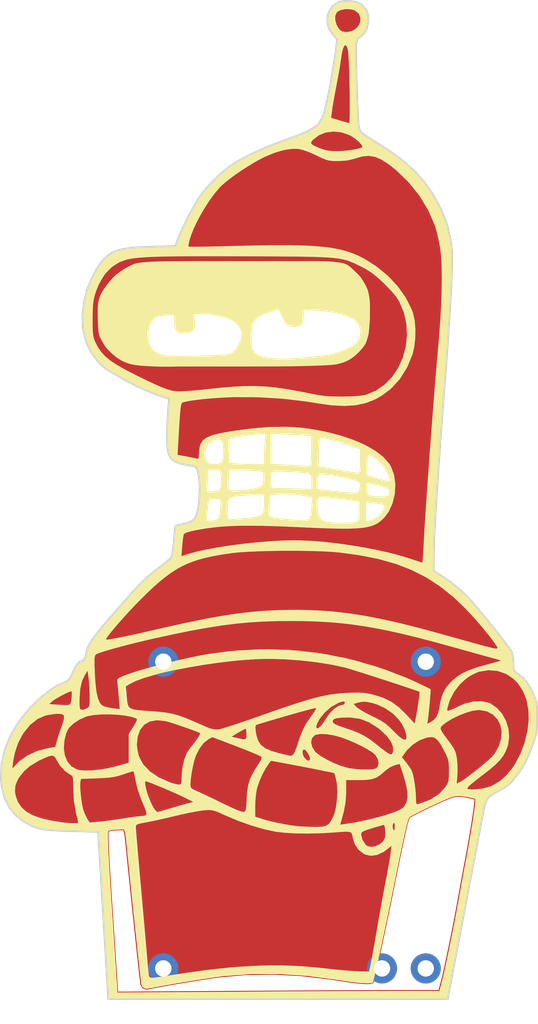
<source format=kicad_pcb>
(kicad_pcb (version 20241229) (generator "pcbnew") (generator_version "9.0")
  (layers (0 "F.Cu" signal) (2 "B.Cu" signal) (13 "F.Paste" user) (15 "B.Paste" user) (5 "F.SilkS" user "F.Silkscreen") (7 "B.SilkS" user "B.Silkscreen") (1 "F.Mask" user) (3 "B.Mask" user) (25 "Edge.Cuts" user))
  (net 0 "")
  (footprint "LOGO" (layer "F.Cu") (at 149.9235 70.0405)
    (property "Reference" "G***" (hide yes))
    (property "Value" "LOGO" (hide yes))
    (fp_poly (pts (xy 7.302344 18.790316) (xy 7.305105 18.893057) (xy 7.293867 19.090867) (xy 7.263157 19.152163) (xy 7.217481 19.073785) (xy 7.188762 18.974597) (xy 7.181626 18.801605) (xy 7.223566 18.706847) (xy 7.278243 18.688921)) (fill yes) (layer "F.Cu"))
    (fp_poly (pts (xy 2.061343 14.431961) (xy 2.177931 14.532274) (xy 2.292958 14.710538) (xy 2.370562 14.904097) (xy 2.384307 14.996244) (xy 2.345349 15.095971) (xy 2.238175 15.078609) (xy 2.094849 14.963656) (xy 2.00208 14.823243) (xy 1.953685 14.658907) (xy 1.952388 14.513857) (xy 2.000909 14.431303)) (fill yes) (layer "F.Cu"))
    (fp_poly (pts (xy -1.32677 13.29162) (xy -1.308614 13.455349) (xy -1.306291 13.552545) (xy -1.310358 13.731817) (xy -1.342342 13.82996) (xy -1.431913 13.859734) (xy -1.608746 13.833897) (xy -1.837085 13.780783) (xy -2.186968 13.697274) (xy -1.797386 13.462089) (xy -1.586651 13.339401) (xy -1.426154 13.254311) (xy -1.357048 13.226903)) (fill yes) (layer "F.Cu"))
    (fp_poly (pts (xy -11.450649 11.119229) (xy -11.446595 11.276091) (xy -11.461055 11.477148) (xy -11.492127 11.672997) (xy -11.50018 11.707245) (xy -11.527902 11.794547) (xy -11.57724 11.845904) (xy -11.67896 11.868068) (xy -11.863829 11.867788) (xy -12.159868 11.851975) (xy -12.773843 11.815792) (xy -12.594056 11.643604) (xy -12.465343 11.548625) (xy -12.258757 11.423872) (xy -12.015149 11.290798) (xy -11.775367 11.170856) (xy -11.580264 11.085501) (xy -11.475116 11.055963)) (fill yes) (layer "F.Cu"))
    (fp_poly (pts (xy 4.757708 -28.462586) (xy 4.928306 -28.420705) (xy 5.167883 -28.277981) (xy 5.297967 -28.078411) (xy 5.327563 -27.848247) (xy 5.265675 -27.613739) (xy 5.121308 -27.401137) (xy 4.903466 -27.236694) (xy 4.621153 -27.146658) (xy 4.488091 -27.137346) (xy 4.254381 -27.176808) (xy 4.117475 -27.263714) (xy 3.943057 -27.531309) (xy 3.852494 -27.816613) (xy 3.851055 -28.08143) (xy 3.944012 -28.287564) (xy 3.972213 -28.316431) (xy 4.176793 -28.423152) (xy 4.45832 -28.474018)) (fill yes) (layer "F.Cu"))
    (fp_poly (pts (xy 4.407003 11.701811) (xy 4.410518 11.743428) (xy 4.351968 11.83742) (xy 4.293733 11.851975) (xy 4.052435 11.914905) (xy 3.788708 12.086874) (xy 3.534131 12.342645) (xy 3.348358 12.607377) (xy 3.156854 12.905423) (xy 2.989834 13.110885) (xy 2.858363 13.214776) (xy 2.77351 13.208111) (xy 2.746131 13.096342) (xy 2.804886 12.876609) (xy 2.963472 12.614848) (xy 3.195367 12.339609) (xy 3.474047 12.079446) (xy 3.772991 11.862911) (xy 4.003806 11.742402) (xy 4.231715 11.657948) (xy 4.35794 11.644397)) (fill yes) (layer "F.Cu"))
    (fp_poly (pts (xy -10.482233 10.22377) (xy -10.456209 10.465237) (xy -10.432643 10.792711) (xy -10.415508 11.147476) (xy -10.411878 11.262959) (xy -10.406721 11.587617) (xy -10.415174 11.799092) (xy -10.442046 11.928663) (xy -10.492146 12.007607) (xy -10.531479 12.040879) (xy -10.715672 12.12325) (xy -10.836076 12.141433) (xy -10.920019 12.133256) (xy -10.969651 12.088773) (xy -10.993791 11.978061) (xy -11.001262 11.771195) (xy -11.001388 11.580607) (xy -10.971474 11.010531) (xy -10.882462 10.551446) (xy -10.729455 10.180145) (xy -10.692606 10.117382) (xy -10.534672 9.861946)) (fill yes) (layer "F.Cu"))
    (fp_poly (pts (xy 6.712091 18.863117) (xy 6.738786 19.022784) (xy 6.753204 19.228883) (xy 6.751819 19.432311) (xy 6.732629 19.578466) (xy 6.617639 19.786003) (xy 6.418564 19.95059) (xy 6.175093 20.058019) (xy 5.926917 20.094085) (xy 5.713728 20.044579) (xy 5.62505 19.974909) (xy 5.432912 19.684224) (xy 5.352464 19.395547) (xy 5.351259 19.359376) (xy 5.364766 19.273811) (xy 5.422569 19.205407) (xy 5.55059 19.139489) (xy 5.774749 19.061378) (xy 5.998711 18.992795) (xy 6.28339 18.908492) (xy 6.511287 18.842725) (xy 6.650138 18.804718) (xy 6.676647 18.798983)) (fill yes) (layer "F.Cu"))
    (fp_poly (pts (xy 4.251679 -21.322637) (xy 4.668162 -21.173935) (xy 4.916898 -21.028296) (xy 5.14793 -20.852323) (xy 5.328756 -20.675261) (xy 5.426871 -20.52635) (xy 5.435707 -20.483389) (xy 5.368493 -20.427559) (xy 5.187413 -20.372883) (xy 4.923313 -20.322795) (xy 4.607041 -20.28073) (xy 4.26944 -20.250123) (xy 3.941359 -20.234409) (xy 3.653642 -20.237024) (xy 3.438928 -20.261023) (xy 3.143828 -20.340568) (xy 2.846473 -20.448796) (xy 2.600611 -20.564429) (xy 2.489987 -20.636664) (xy 2.439249 -20.712229) (xy 2.483416 -20.810826) (xy 2.556801 -20.895435) (xy 2.898258 -21.160139) (xy 3.315029 -21.322275) (xy 3.776405 -21.377791)) (fill yes) (layer "F.Cu"))
    (fp_poly (pts (xy -11.979829 12.397847) (xy -11.899286 12.491597) (xy -11.902692 12.665914) (xy -11.979937 12.941178) (xy -12.050138 13.142721) (xy -12.157035 13.450767) (xy -12.254308 13.748374) (xy -12.322695 13.976388) (xy -12.327923 13.9958) (xy -12.406805 14.294327) (xy -12.891824 14.381005) (xy -13.474695 14.538257) (xy -14.010561 14.785068) (xy -14.460435 15.102147) (xy -14.581691 15.217176) (xy -14.904876 15.549709) (xy -14.862745 15.166227) (xy -14.727789 14.492965) (xy -14.482778 13.866057) (xy -14.141204 13.31503) (xy -13.881918 13.019554) (xy -13.455911 12.676869) (xy -12.992006 12.465493) (xy -12.460803 12.372256) (xy -12.433204 12.370532) (xy -12.154432 12.364285)) (fill yes) (layer "F.Cu"))
    (fp_poly (pts (xy 5.642072 11.667057) (xy 5.915947 11.71819) (xy 5.992938 11.736719) (xy 6.523399 11.924272) (xy 7.002886 12.202866) (xy 7.410527 12.552835) (xy 7.725452 12.954513) (xy 7.926786 13.388234) (xy 7.977701 13.606818) (xy 7.980262 13.807935) (xy 7.90712 13.886207) (xy 7.758825 13.8418) (xy 7.535923 13.674884) (xy 7.238965 13.385625) (xy 7.23274 13.379083) (xy 6.989002 13.135644) (xy 6.762473 12.946763) (xy 6.509012 12.781658) (xy 6.184476 12.609544) (xy 6.002541 12.521153) (xy 5.681636 12.359061) (xy 5.394886 12.198291) (xy 5.176802 12.05914) (xy 5.071915 11.973801) (xy 4.901119 11.789484) (xy 5.213298 11.705423) (xy 5.428337 11.663623)) (fill yes) (layer "F.Cu"))
    (fp_poly (pts (xy -7.07165 16.293846) (xy -6.870855 16.369109) (xy -6.592146 16.480583) (xy -6.262632 16.616845) (xy -5.909422 16.766469) (xy -5.559623 16.918031) (xy -5.240345 17.060108) (xy -4.978695 17.181273) (xy -4.870023 17.234433) (xy -4.38179 17.480764) (xy -4.707431 17.567144) (xy -4.920456 17.625777) (xy -5.222783 17.711677) (xy -5.565026 17.810734) (xy -5.748038 17.864431) (xy -6.046151 17.951954) (xy -6.286532 18.021739) (xy -6.439399 18.065188) (xy -6.47856 18.075337) (xy -6.532579 18.02885) (xy -6.610499 17.946736) (xy -6.721657 17.785329) (xy -6.840344 17.550933) (xy -6.956767 17.273099) (xy -7.061132 16.981377) (xy -7.143646 16.705318) (xy -7.194516 16.47447) (xy -7.20395 16.318385) (xy -7.167424 16.26622)) (fill yes) (layer "F.Cu"))
    (fp_poly (pts (xy 3.568965 13.574323) (xy 4.003081 13.672994) (xy 4.203491 13.734365) (xy 4.600218 13.88069) (xy 5.010537 14.057438) (xy 5.404053 14.248956) (xy 5.750372 14.439592) (xy 6.0191 14.613695) (xy 6.17486 14.749547) (xy 6.312741 14.979271) (xy 6.366568 15.215738) (xy 6.333793 15.418287) (xy 6.224392 15.540027) (xy 6.05639 15.583669) (xy 5.785252 15.604772) (xy 5.450647 15.604313) (xy 5.092245 15.58327) (xy 4.749717 15.542619) (xy 4.519559 15.498043) (xy 4.140863 15.382169) (xy 3.73621 15.218106) (xy 3.343651 15.025174) (xy 3.001238 14.822695) (xy 2.74702 14.629988) (xy 2.683645 14.565845) (xy 2.511068 14.298078) (xy 2.445706 14.029651) (xy 2.488975 13.791654) (xy 2.640444 13.61638) (xy 2.858207 13.543794) (xy 3.177527 13.530515)) (fill yes) (layer "F.Cu"))
    (fp_poly (pts (xy 5.2011 12.634235) (xy 5.732838 12.816233) (xy 6.254552 13.130851) (xy 6.342392 13.19689) (xy 6.751052 13.55515) (xy 7.036049 13.900507) (xy 7.19259 14.225088) (xy 7.21588 14.521022) (xy 7.197074 14.600206) (xy 7.142107 14.716296) (xy 7.05623 14.730244) (xy 6.902574 14.653541) (xy 6.779667 14.568913) (xy 6.580992 14.419247) (xy 6.342318 14.231737) (xy 6.251291 14.158421) (xy 5.90151 13.889205) (xy 5.577743 13.67851) (xy 5.236426 13.503585) (xy 4.833996 13.341677) (xy 4.410518 13.197029) (xy 4.083894 13.085516) (xy 3.873481 12.997753) (xy 3.755417 12.921074) (xy 3.705837 12.842817) (xy 3.701213 12.820602) (xy 3.721778 12.716926) (xy 3.828576 12.644878) (xy 4.037499 12.600286) (xy 4.36444 12.578974) (xy 4.633943 12.575621)) (fill yes) (layer "F.Cu"))
    (fp_poly (pts (xy 7.771513 15.822426) (xy 7.93947 16.384178) (xy 8.031753 16.839689) (xy 8.048412 17.206058) (xy 7.989495 17.500384) (xy 7.855054 17.739765) (xy 7.777349 17.826765) (xy 7.608029 17.938014) (xy 7.318529 18.064291) (xy 6.931793 18.199133) (xy 6.470767 18.336076) (xy 5.958394 18.468657) (xy 5.41762 18.590413) (xy 4.871389 18.694883) (xy 4.470657 18.758183) (xy 4.13279 18.806092) (xy 4.307837 18.169855) (xy 4.43066 17.610308) (xy 4.480192 17.054924) (xy 4.482883 16.86744) (xy 4.482883 16.201261) (xy 5.188438 16.206173) (xy 5.628906 16.196412) (xy 5.965 16.151631) (xy 6.235341 16.059143) (xy 6.478551 15.90626) (xy 6.704512 15.708128) (xy 6.962638 15.50401) (xy 7.226994 15.366174) (xy 7.297562 15.34389) (xy 7.58833 15.270086)) (fill yes) (layer "F.Cu"))
    (fp_poly (pts (xy -8.939174 12.408635) (xy -8.477414 12.450517) (xy -8.073004 12.517929) (xy -7.763031 12.609394) (xy -7.691852 12.642434) (xy -7.665058 12.708921) (xy -7.716318 12.852171) (xy -7.851961 13.088977) (xy -7.872381 13.121581) (xy -8.143989 13.552545) (xy -8.144371 14.383033) (xy -8.144753 15.213521) (xy -8.868399 15.41813) (xy -9.325604 15.527241) (xy -9.80467 15.606917) (xy -10.269674 15.654067) (xy -10.684691 15.665594) (xy -11.0138 15.638407) (xy -11.125075 15.612477) (xy -11.447351 15.440881) (xy -11.692563 15.162211) (xy -11.851456 14.79725) (xy -11.914775 14.366784) (xy -11.87868 13.919897) (xy -11.815188 13.649159) (xy -11.735083 13.401374) (xy -11.690815 13.299643) (xy -11.502043 13.055957) (xy -11.206794 12.819247) (xy -10.841982 12.616134) (xy -10.618018 12.52593) (xy -10.297708 12.450929) (xy -9.886407 12.407364) (xy -9.4212 12.393758)) (fill yes) (layer "F.Cu"))
    (fp_poly (pts (xy 4.535869 -26.286716) (xy 4.590712 -26.11856) (xy 4.610174 -25.978497) (xy 4.628689 -25.72792) (xy 4.645876 -25.388464) (xy 4.661357 -24.981767) (xy 4.674752 -24.529462) (xy 4.685682 -24.053187) (xy 4.693769 -23.574577) (xy 4.698633 -23.115267) (xy 4.699895 -22.696893) (xy 4.697176 -22.341092) (xy 4.690096 -22.069498) (xy 4.678278 -21.903747) (xy 4.665294 -21.861873) (xy 4.569638 -21.885219) (xy 4.376243 -21.939638) (xy 4.125712 -22.01368) (xy 4.108257 -22.018948) (xy 3.612999 -22.168604) (xy 3.662418 -22.572356) (xy 3.694643 -22.792064) (xy 3.748771 -23.114797) (xy 3.817993 -23.501725) (xy 3.895499 -23.914019) (xy 3.91863 -24.033181) (xy 3.996988 -24.444) (xy 4.068793 -24.839232) (xy 4.127327 -25.180588) (xy 4.165876 -25.429775) (xy 4.172495 -25.480474) (xy 4.234842 -25.894899) (xy 4.305497 -26.187534) (xy 4.381317 -26.353581) (xy 4.459156 -26.388241)) (fill yes) (layer "F.Cu"))
    (fp_poly (pts (xy 2.737409 12.05481) (xy 2.717485 12.110575) (xy 2.657974 12.213761) (xy 2.547451 12.382847) (xy 2.374493 12.636312) (xy 2.174012 12.925913) (xy 2.054915 13.135596) (xy 1.918272 13.434597) (xy 1.786007 13.772993) (xy 1.729127 13.939019) (xy 1.602944 14.313767) (xy 1.503856 14.568639) (xy 1.421453 14.723549) (xy 1.345326 14.798405) (xy 1.271885 14.813687) (xy 1.166983 14.794845) (xy 0.961282 14.749505) (xy 0.694339 14.686485) (xy 0.620243 14.668405) (xy 0.142218 14.531511) (xy -0.211389 14.377178) (xy -0.460881 14.18679) (xy -0.626564 13.941728) (xy -0.728745 13.623376) (xy -0.767104 13.396373) (xy -0.78973 13.173768) (xy -0.776012 13.05382) (xy -0.717787 12.997227) (xy -0.681426 12.983893) (xy -0.116532 12.814044) (xy 0.44205 12.648974) (xy 0.977047 12.493526) (xy 1.471182 12.352542) (xy 1.907181 12.230862) (xy 2.267768 12.133328) (xy 2.53567 12.064784) (xy 2.69361 12.030069) (xy 2.729172 12.027988)) (fill yes) (layer "F.Cu"))
    (fp_poly (pts (xy 12.613024 12.206098) (xy 12.985223 12.392922) (xy 13.274217 12.691154) (xy 13.428656 12.986432) (xy 13.51122 13.392029) (xy 13.47907 13.834699) (xy 13.341679 14.277184) (xy 13.108515 14.682226) (xy 12.950401 14.8679) (xy 12.76211 15.045517) (xy 12.502374 15.270748) (xy 12.200636 15.520197) (xy 11.886338 15.770473) (xy 11.58892 15.998182) (xy 11.337825 16.179931) (xy 11.162494 16.292325) (xy 11.148032 16.299996) (xy 10.902354 16.425517) (xy 10.941736 15.934904) (xy 10.952263 15.584094) (xy 10.937595 15.201359) (xy 10.914131 14.971284) (xy 10.868001 14.715326) (xy 10.798306 14.507343) (xy 10.682133 14.297718) (xy 10.496567 14.036837) (xy 10.460579 13.989228) (xy 10.225223 13.675515) (xy 10.070345 13.453147) (xy 9.986962 13.299699) (xy 9.966093 13.192747) (xy 9.998756 13.109865) (xy 10.075852 13.028736) (xy 10.371252 12.807746) (xy 10.750919 12.592366) (xy 11.172311 12.40059) (xy 11.592885 12.250414) (xy 11.970098 12.159832) (xy 12.17359 12.141433)) (fill yes) (layer "F.Cu"))
    (fp_poly (pts (xy -12.486689 14.816959) (xy -12.406048 14.908509) (xy -12.343434 15.032626) (xy -12.14135 15.363806) (xy -11.865303 15.663546) (xy -11.568382 15.875295) (xy -11.475803 15.928006) (xy -11.416694 15.990778) (xy -11.383546 16.094034) (xy -11.36885 16.268199) (xy -11.365099 16.543697) (xy -11.36498 16.699464) (xy -11.323125 17.433544) (xy -11.220251 18.039154) (xy -11.155551 18.320177) (xy -11.10578 18.543106) (xy -11.078476 18.673861) (xy -11.075522 18.693239) (xy -11.140721 18.710929) (xy -11.308891 18.715982) (xy -11.538893 18.709131) (xy -11.789589 18.69111) (xy -11.907716 18.678401) (xy -12.636024 18.568677) (xy -13.234123 18.430654) (xy -13.714763 18.258592) (xy -14.090695 18.04675) (xy -14.37467 17.789388) (xy -14.579437 17.480765) (xy -14.582812 17.474029) (xy -14.735147 17.048072) (xy -14.751493 16.643644) (xy -14.629572 16.249059) (xy -14.367105 15.852626) (xy -14.238536 15.708014) (xy -13.761721 15.303993) (xy -13.358562 15.076269) (xy -13.008857 14.915494) (xy -12.763423 14.819391) (xy -12.597591 14.786899)) (fill yes) (layer "F.Cu"))
    (fp_poly (pts (xy -6.013151 12.785278) (xy -5.84907 12.829458) (xy -5.597206 12.907665) (xy -5.28901 13.008983) (xy -4.955934 13.122497) (xy -4.629429 13.23729) (xy -4.340948 13.342447) (xy -4.121941 13.427051) (xy -4.003861 13.480188) (xy -3.996012 13.485364) (xy -4.006189 13.562234) (xy -4.093437 13.721808) (xy -4.240758 13.936797) (xy -4.420985 14.167644) (xy -4.587269 14.380376) (xy -4.725396 14.577099) (xy -4.781572 14.670859) (xy -4.915881 15.018651) (xy -5.014672 15.447036) (xy -5.064786 15.893615) (xy -5.068395 16.031035) (xy -5.072915 16.278248) (xy -5.093263 16.413676) (xy -5.141412 16.47021) (xy -5.229335 16.480744) (xy -5.232075 16.480703) (xy -5.390424 16.455138) (xy -5.621409 16.392345) (xy -5.781152 16.339133) (xy -6.404716 16.060672) (xy -6.909256 15.719186) (xy -7.290196 15.319943) (xy -7.542957 14.868207) (xy -7.662963 14.369246) (xy -7.672793 14.162888) (xy -7.619175 13.662806) (xy -7.465931 13.265122) (xy -7.218841 12.974636) (xy -6.88369 12.796147) (xy -6.46626 12.734457)) (fill yes) (layer "F.Cu"))
    (fp_poly (pts (xy 9.597853 13.746543) (xy 9.767473 13.86541) (xy 9.936552 14.084444) (xy 10.127431 14.420422) (xy 10.16351 14.490089) (xy 10.305388 14.776624) (xy 10.39133 14.994634) (xy 10.435263 15.201856) (xy 10.451118 15.456025) (xy 10.452968 15.689879) (xy 10.449117 16.00521) (xy 10.430746 16.220125) (xy 10.387629 16.378873) (xy 10.30954 16.525704) (xy 10.23399 16.637417) (xy 9.871501 17.030223) (xy 9.405031 17.333436) (xy 9.078039 17.468332) (xy 8.854823 17.543851) (xy 8.682077 17.60326) (xy 8.62576 17.623249) (xy 8.568365 17.597304) (xy 8.540111 17.454627) (xy 8.535304 17.292304) (xy 8.520927 16.93423) (xy 8.482065 16.551722) (xy 8.425127 16.183893) (xy 8.356519 15.869852) (xy 8.282649 15.648711) (xy 8.258633 15.603457) (xy 8.13522 15.423452) (xy 7.975576 15.209446) (xy 7.927042 15.147684) (xy 7.716785 14.884302) (xy 7.929332 14.580247) (xy 8.23039 14.248861) (xy 8.614558 13.970081) (xy 9.027956 13.780372) (xy 9.16762 13.742194) (xy 9.405349 13.711064)) (fill yes) (layer "F.Cu"))
    (fp_poly (pts (xy 1.199382 15.286263) (xy 1.658889 15.373076) (xy 2.14569 15.466615) (xy 2.605941 15.556443) (xy 2.985793 15.632121) (xy 3.032645 15.641635) (xy 3.789531 15.795849) (xy 3.887157 16.12149) (xy 3.947711 16.451917) (xy 3.968326 16.866266) (xy 3.951848 17.314408) (xy 3.901126 17.746219) (xy 3.819005 18.111569) (xy 3.765911 18.256248) (xy 3.620419 18.559029) (xy 3.483133 18.756834) (xy 3.318662 18.870948) (xy 3.091616 18.922655) (xy 2.766603 18.93324) (xy 2.643061 18.931548) (xy 2.308592 18.922995) (xy 1.993142 18.910877) (xy 1.750786 18.897392) (xy 1.696843 18.893087) (xy 1.290947 18.841808) (xy 0.810886 18.759404) (xy 0.31878 18.658153) (xy -0.123252 18.550333) (xy -0.311277 18.496188) (xy -0.799738 18.344643) (xy -0.799738 17.718641) (xy -0.78635 17.365955) (xy -0.750973 17.008252) (xy -0.700794 16.714853) (xy -0.691981 16.67893) (xy -0.574996 16.32448) (xy -0.407829 15.935308) (xy -0.217547 15.568197) (xy -0.03122 15.279933) (xy -0.015385 15.259565) (xy 0.123003 15.085105)) (fill yes) (layer "F.Cu"))
    (fp_poly (pts (xy -7.863082 15.697465) (xy -7.841098 15.775695) (xy -7.800288 15.960974) (xy -7.748283 16.218058) (xy -7.730918 16.30768) (xy -7.643178 16.66743) (xy -7.515616 17.074715) (xy -7.374045 17.448078) (xy -7.357175 17.487111) (xy -7.21304 17.823902) (xy -7.130623 18.051383) (xy -7.109223 18.190823) (xy -7.148142 18.263488) (xy -7.246681 18.290649) (xy -7.33065 18.293931) (xy -7.494382 18.306207) (xy -7.76247 18.338434) (xy -8.096712 18.385607) (xy -8.432332 18.438319) (xy -8.839051 18.501329) (xy -9.259172 18.559635) (xy -9.636038 18.605704) (xy -9.856525 18.627717) (xy -10.414221 18.674227) (xy -10.564846 18.429055) (xy -10.689545 18.183923) (xy -10.786531 17.923831) (xy -10.790397 17.91007) (xy -10.846603 17.651818) (xy -10.896669 17.328951) (xy -10.935932 16.986498) (xy -10.959727 16.669482) (xy -10.96339 16.422931) (xy -10.954206 16.328674) (xy -10.917048 16.137853) (xy -9.965088 16.102727) (xy -9.527322 16.081766) (xy -9.19135 16.051602) (xy -8.914261 16.00564) (xy -8.653142 15.937281) (xy -8.44817 15.869523) (xy -8.187015 15.781662) (xy -7.984548 15.720532) (xy -7.873875 15.69587)) (fill yes) (layer "F.Cu"))
    (fp_poly (pts (xy -1.917046 14.237486) (xy -1.495368 14.400591) (xy -1.117254 14.551509) (xy -0.8047 14.681081) (xy -0.579703 14.780151) (xy -0.464259 14.839559) (xy -0.456657 14.84548) (xy -0.4234 14.919856) (xy -0.458222 15.039771) (xy -0.571389 15.233613) (xy -0.6279 15.318972) (xy -0.900268 15.752411) (xy -1.086863 16.132975) (xy -1.204298 16.510084) (xy -1.269183 16.933157) (xy -1.292814 17.297029) (xy -1.309784 17.658807) (xy -1.335055 17.895159) (xy -1.383422 18.02524) (xy -1.469683 18.068209) (xy -1.608637 18.043223) (xy -1.812844 17.970274) (xy -1.973459 17.902481) (xy -2.22972 17.785646) (xy -2.547848 17.635501) (xy -2.894063 17.467778) (xy -2.934496 17.447905) (xy -3.297704 17.27103) (xy -3.652126 17.101819) (xy -3.958103 16.959001) (xy -4.175972 16.861307) (xy -4.182787 16.858392) (xy -4.398256 16.76018) (xy -4.511324 16.677482) (xy -4.554427 16.573224) (xy -4.560177 16.427029) (xy -4.538308 16.128328) (xy -4.48437 15.758089) (xy -4.408987 15.371321) (xy -4.322786 15.023032) (xy -4.242585 14.782744) (xy -4.031656 14.372518) (xy -3.784122 14.049165) (xy -3.524057 13.842675) (xy -3.28763 13.71535)) (fill yes) (layer "F.Cu"))
    (fp_poly (pts (xy 13.166304 9.851328) (xy 13.636467 9.985693) (xy 14.066375 10.232079) (xy 14.440905 10.584821) (xy 14.744935 11.038253) (xy 14.963342 11.586711) (xy 15.052946 11.996085) (xy 15.089823 12.630387) (xy 15.021751 13.315701) (xy 14.858219 14.014433) (xy 14.608717 14.688992) (xy 14.282734 15.301784) (xy 14.179478 15.456562) (xy 13.806217 15.923352) (xy 13.41606 16.273259) (xy 12.97782 16.533424) (xy 12.902195 16.568076) (xy 12.659175 16.649484) (xy 12.362295 16.712112) (xy 12.054457 16.751348) (xy 11.778564 16.762582) (xy 11.577519 16.741202) (xy 11.518427 16.71681) (xy 11.52165 16.660444) (xy 11.621564 16.546223) (xy 11.824902 16.368041) (xy 12.138394 16.119791) (xy 12.373531 15.941155) (xy 12.82167 15.594088) (xy 13.164796 15.300632) (xy 13.421677 15.039398) (xy 13.611081 14.788999) (xy 13.751775 14.528045) (xy 13.857849 14.249543) (xy 13.944949 13.776483) (xy 13.915059 13.291086) (xy 13.780404 12.821254) (xy 13.553208 12.394888) (xy 13.245697 12.039889) (xy 12.870096 11.784158) (xy 12.755975 11.734746) (xy 12.33746 11.645343) (xy 11.865672 11.664071) (xy 11.378907 11.786982) (xy 11.103334 11.905191) (xy 10.85152 12.026615) (xy 10.627865 12.126039) (xy 10.496542 12.176451) (xy 10.381088 12.201512) (xy 10.346616 12.152749) (xy 10.369727 11.996813) (xy 10.369902 11.995937) (xy 10.527317 11.507599) (xy 10.789279 11.026147) (xy 11.124219 10.607649) (xy 11.185545 10.547365) (xy 11.665506 10.177001) (xy 12.165701 9.941317) (xy 12.671008 9.834647)) (fill yes) (layer "F.Cu"))
    (fp_poly (pts (xy 2.295025 2.934783) (xy 2.959053 2.953263) (xy 3.546464 2.981442) (xy 4.02962 3.019489) (xy 4.081036 3.024917) (xy 5.301536 3.190793) (xy 6.40268 3.412328) (xy 7.401583 3.69699) (xy 8.31536 4.052248) (xy 9.161126 4.485569) (xy 9.955996 5.004421) (xy 10.717084 5.616273) (xy 11.318267 6.18288) (xy 11.668704 6.54801) (xy 12.035168 6.953461) (xy 12.395373 7.372454) (xy 12.727039 7.778208) (xy 13.007881 8.143945) (xy 13.215617 8.442884) (xy 13.263044 8.520117) (xy 13.275326 8.579499) (xy 13.210912 8.601031) (xy 13.054604 8.582946) (xy 12.7912 8.523477) (xy 12.405502 8.420858) (xy 12.402973 8.42016) (xy 12.146747 8.349125) (xy 11.779893 8.247059) (xy 11.331144 8.121975) (xy 10.829235 7.981886) (xy 10.302901 7.834805) (xy 9.978757 7.744134) (xy 8.725291 7.403973) (xy 7.584302 7.118066) (xy 6.535491 6.883071) (xy 5.558559 6.695652) (xy 4.633205 6.552468) (xy 3.73913 6.450181) (xy 2.856035 6.385451) (xy 1.963619 6.35494) (xy 1.51209 6.351471) (xy 0.788134 6.359529) (xy 0.090323 6.384845) (xy -0.599147 6.430018) (xy -1.298076 6.497645) (xy -2.024266 6.590324) (xy -2.795519 6.710652) (xy -3.629637 6.861226) (xy -4.544421 7.044644) (xy -5.557673 7.263504) (xy -6.687194 7.520403) (xy -7.002657 7.593875) (xy -7.527448 7.713785) (xy -8.027053 7.822677) (xy -8.482175 7.916818) (xy -8.873516 7.992477) (xy -9.181778 8.045922) (xy -9.387663 8.07342) (xy -9.471739 8.071378) (xy -9.444899 8.001309) (xy -9.333721 7.843297) (xy -9.153071 7.614781) (xy -8.917816 7.333197) (xy -8.642822 7.015981) (xy -8.342957 6.680573) (xy -8.033087 6.344407) (xy -7.728079 6.024923) (xy -7.719022 6.015638) (xy -7.089607 5.386058) (xy -6.525042 4.8606) (xy -6.003379 4.42757) (xy -5.502671 4.075274) (xy -5.00097 3.792021) (xy -4.476328 3.566116) (xy -3.9068 3.385868) (xy -3.270436 3.239582) (xy -2.54529 3.115566) (xy -2.176847 3.062911) (xy -1.750367 3.018194) (xy -1.207037 2.982001) (xy -0.574496 2.954501) (xy 0.119619 2.935861) (xy 0.84767 2.92625) (xy 1.582018 2.925834)) (fill yes) (layer "F.Cu"))
    (fp_poly (pts (xy 0.911462 9.214075) (xy 1.870304 9.283306) (xy 2.81533 9.392416) (xy 3.702657 9.536405) (xy 4.439587 9.69773) (xy 4.60667 9.744911) (xy 4.876273 9.82664) (xy 5.227961 9.936273) (xy 5.6413 10.067164) (xy 6.095856 10.212671) (xy 6.571193 10.366149) (xy 7.046878 10.520954) (xy 7.502475 10.670442) (xy 7.917551 10.807969) (xy 8.27167 10.92689) (xy 8.544398 11.020561) (xy 8.715301 11.082339) (xy 8.764645 11.10399) (xy 8.765683 11.181072) (xy 8.747051 11.366416) (xy 8.713579 11.625642) (xy 8.670096 11.92437) (xy 8.621433 12.22822) (xy 8.57242 12.502813) (xy 8.557403 12.579124) (xy 8.479039 12.965564) (xy 7.987606 12.434395) (xy 7.54249 12.000397) (xy 7.102272 11.678658) (xy 6.626094 11.44413) (xy 6.103268 11.279313) (xy 5.797334 11.20926) (xy 5.522687 11.167449) (xy 5.230027 11.149971) (xy 4.87005 11.152918) (xy 4.622738 11.161945) (xy 4.254641 11.182761) (xy 3.901676 11.215741) (xy 3.547924 11.265086) (xy 3.177463 11.334991) (xy 2.774375 11.429656) (xy 2.322739 11.553278) (xy 1.806635 11.710056) (xy 1.210144 11.904187) (xy 0.517346 12.139869) (xy -0.28768 12.421301) (xy -0.681118 12.560554) (xy -1.19653 12.741102) (xy -1.681073 12.906343) (xy -2.114097 13.049585) (xy -2.474952 13.164134) (xy -2.742987 13.243297) (xy -2.897553 13.280383) (xy -2.905427 13.281456) (xy -3.172491 13.277709) (xy -3.430766 13.221788) (xy -3.448162 13.215209) (xy -3.625771 13.141661) (xy -3.891253 13.028005) (xy -4.200384 12.89327) (xy -4.361791 12.822044) (xy -4.845844 12.616683) (xy -5.256613 12.468814) (xy -5.644468 12.365905) (xy -6.059777 12.29543) (xy -6.552909 12.244859) (xy -6.739881 12.230506) (xy -7.230214 12.195552) (xy -7.595923 12.164002) (xy -7.856326 12.12417) (xy -8.03074 12.064369) (xy -8.138482 11.97291) (xy -8.198869 11.838107) (xy -8.231219 11.648272) (xy -8.254847 11.391717) (xy -8.262244 11.309424) (xy -8.31064 10.787987) (xy -8.068432 10.639106) (xy -7.738556 10.475836) (xy -7.283129 10.308887) (xy -6.721159 10.14168) (xy -6.07165 9.977637) (xy -5.353607 9.820178) (xy -4.586037 9.672725) (xy -3.787945 9.5387) (xy -2.978336 9.421523) (xy -2.176216 9.324618) (xy -1.400589 9.251404) (xy -0.670463 9.205303) (xy -0.017309 9.189727)) (fill yes) (layer "F.Cu"))
    (fp_poly (pts (xy -3.364923 17.957901) (xy -3.193588 17.989657) (xy -2.992322 18.059832) (xy -2.720536 18.177773) (xy -2.549965 18.255537) (xy -1.792399 18.5749) (xy -1.018507 18.850285) (xy -0.273039 19.067121) (xy 0.368105 19.20562) (xy 0.876856 19.268504) (xy 1.495346 19.306101) (xy 2.190744 19.318015) (xy 2.930217 19.303852) (xy 3.680933 19.263216) (xy 3.878646 19.247874) (xy 4.261197 19.217532) (xy 4.524219 19.207069) (xy 4.692493 19.225352) (xy 4.7908 19.281246) (xy 4.843921 19.383617) (xy 4.876636 19.54133) (xy 4.887461 19.608801) (xy 5.010425 19.97306) (xy 5.238069 20.287521) (xy 5.533978 20.505333) (xy 5.891717 20.603885) (xy 6.26829 20.561687) (xy 6.655488 20.380174) (xy 6.788932 20.28634) (xy 7.125126 20.029718) (xy 7.075385 20.452931) (xy 7.044639 20.666028) (xy 6.991096 20.987329) (xy 6.920697 21.383191) (xy 6.839382 21.81997) (xy 6.776952 22.143239) (xy 6.68198 22.638178) (xy 6.57297 23.224255) (xy 6.459326 23.849789) (xy 6.350456 24.463102) (xy 6.269752 24.929992) (xy 6.186716 25.413214) (xy 6.105536 25.876735) (xy 6.031473 26.29118) (xy 5.969787 26.627169) (xy 5.92574 26.855327) (xy 5.919846 26.883838) (xy 5.828447 27.318026) (xy 5.193061 27.302791) (xy 4.907889 27.288772) (xy 4.517629 27.259523) (xy 4.060719 27.218441) (xy 3.575597 27.168926) (xy 3.207298 27.127225) (xy 2.014736 27.014852) (xy 0.80965 26.961714) (xy -0.429649 26.96866) (xy -1.724853 27.036535) (xy -3.09765 27.166188) (xy -4.56973 27.358465) (xy -5.209383 27.455971) (xy -5.748299 27.540964) (xy -6.161437 27.604298) (xy -6.465979 27.646855) (xy -6.679111 27.669518) (xy -6.818016 27.673171) (xy -6.899878 27.658697) (xy -6.941882 27.626979) (xy -6.961211 27.578899) (xy -6.968285 27.546371) (xy -6.989568 27.399026) (xy -7.015381 27.157394) (xy -7.040419 26.871585) (xy -7.04228 26.847656) (xy -7.057039 26.66766) (xy -7.083313 26.36) (xy -7.119655 25.941163) (xy -7.164616 25.427633) (xy -7.216747 24.835893) (xy -7.2746 24.18243) (xy -7.336726 23.483727) (xy -7.401677 22.75627) (xy -7.407726 22.688668) (xy -7.471265 21.975838) (xy -7.530674 21.303666) (xy -7.584717 20.686539) (xy -7.632156 20.138847) (xy -7.671757 19.674978) (xy -7.702282 19.309321) (xy -7.722495 19.056265) (xy -7.73116 18.930199) (xy -7.731399 18.921725) (xy -7.713967 18.841254) (xy -7.642348 18.783647) (xy -7.487552 18.735956) (xy -7.220593 18.685233) (xy -7.190645 18.680172) (xy -6.929212 18.63073) (xy -6.566743 18.554629) (xy -6.142561 18.460494) (xy -5.695994 18.35695) (xy -5.471984 18.303222) (xy -5.032517 18.201448) (xy -4.598116 18.109624) (xy -4.207053 18.035236) (xy -3.8976 17.985772) (xy -3.780165 17.972257) (xy -3.546919 17.955216)) (fill yes) (layer "F.Cu"))
    (fp_poly (pts (xy 2.122857 7.003521) (xy 2.96736 7.033179) (xy 3.783052 7.086939) (xy 4.589278 7.167953) (xy 5.405382 7.279372) (xy 6.250708 7.424345) (xy 7.1446 7.606025) (xy 8.106403 7.827561) (xy 9.155462 8.092105) (xy 10.31112 8.402807) (xy 10.927065 8.574232) (xy 11.44795 8.720241) (xy 11.93857 8.857169) (xy 12.377051 8.978957) (xy 12.741518 9.079548) (xy 13.010097 9.152882) (xy 13.159583 9.192566) (xy 13.341638 9.24451) (xy 13.441771 9.284784) (xy 13.449042 9.295747) (xy 13.373337 9.322305) (xy 13.185425 9.377538) (xy 12.913122 9.453527) (xy 12.584248 9.54235) (xy 12.564234 9.547673) (xy 12.007577 9.708294) (xy 11.564116 9.868571) (xy 11.203099 10.043174) (xy 10.893773 10.246772) (xy 10.631034 10.469845) (xy 10.311074 10.824911) (xy 10.09405 11.210705) (xy 9.958234 11.670727) (xy 9.92088 11.891576) (xy 9.844104 12.278449) (xy 9.73143 12.552062) (xy 9.56665 12.742541) (xy 9.408328 12.844252) (xy 9.193519 12.955334) (xy 9.227123 12.755302) (xy 9.249677 12.589929) (xy 9.277542 12.340985) (xy 9.307705 12.041838) (xy 9.337154 11.725853) (xy 9.362875 11.426397) (xy 9.381854 11.176835) (xy 9.39108 11.010536) (xy 9.389269 10.959717) (xy 9.293111 10.903064) (xy 9.095612 10.803134) (xy 8.828042 10.674617) (xy 8.521673 10.532206) (xy 8.207777 10.390592) (xy 7.917623 10.264467) (xy 7.84108 10.232344) (xy 6.201183 9.628033) (xy 4.535785 9.165878) (xy 2.848685 8.846323) (xy 1.143679 8.669811) (xy -0.575434 8.636783) (xy -2.304857 8.747683) (xy -3.507795 8.909266) (xy -4.059841 9.008801) (xy -4.676517 9.13622) (xy -5.331102 9.284612) (xy -5.996874 9.447064) (xy -6.647111 9.616665) (xy -7.255091 9.786501) (xy -7.794092 9.94966) (xy -8.237393 10.099232) (xy -8.490662 10.198194) (xy -8.692016 10.291419) (xy -8.788787 10.370212) (xy -8.811337 10.472444) (xy -8.798595 10.582253) (xy -8.776417 10.763459) (xy -8.749685 11.03871) (xy -8.723166 11.357622) (xy -8.715483 11.460955) (xy -8.669229 12.103392) (xy -9.092592 12.052131) (xy -9.353758 12.006527) (xy -9.576747 11.943538) (xy -9.67591 11.898365) (xy -9.820083 11.740835) (xy -9.934469 11.468026) (xy -10.020728 11.072737) (xy -10.080524 10.547767) (xy -10.111101 10.012161) (xy -10.12545 9.607103) (xy -10.130611 9.322789) (xy -10.124404 9.135402) (xy -10.104648 9.021127) (xy -10.069162 8.956148) (xy -10.015766 8.916648) (xy -10.010534 8.91381) (xy -9.837624 8.842768) (xy -9.543861 8.746419) (xy -9.149794 8.630325) (xy -8.675969 8.500046) (xy -8.142934 8.361144) (xy -7.571235 8.219181) (xy -6.981421 8.079717) (xy -6.657551 8.006272) (xy -5.524736 7.76021) (xy -4.506576 7.554573) (xy -3.579667 7.386361) (xy -2.720603 7.252571) (xy -1.90598 7.150203) (xy -1.112392 7.076256) (xy -0.316434 7.027728) (xy 0.505298 7.001618) (xy 1.230198 6.994816)) (fill yes) (layer "F.Cu"))
    (fp_poly (pts (xy 11.113904 17.141356) (xy 11.434915 17.18491) (xy 11.688599 17.233029) (xy 11.881648 17.27824) (xy 11.973651 17.311032) (xy 11.974619 17.311912) (xy 11.98148 17.400163) (xy 11.96372 17.613375) (xy 11.923952 17.934367) (xy 11.86479 18.345958) (xy 11.788847 18.830965) (xy 11.698737 19.372206) (xy 11.597074 19.9525) (xy 11.486471 20.554665) (xy 11.460385 20.692645) (xy 11.362947 21.210061) (xy 11.259409 21.768048) (xy 11.159088 22.315861) (xy 11.071302 22.802756) (xy 11.028532 23.044497) (xy 10.937809 23.547421) (xy 10.831026 24.114357) (xy 10.713256 24.720549) (xy 10.589567 25.341241) (xy 10.465032 25.951677) (xy 10.344721 26.527099) (xy 10.233704 27.042752) (xy 10.137051 27.473879) (xy 10.059834 27.795723) (xy 10.039183 27.874838) (xy 9.888025 28.435665) (xy 7.887833 28.435794) (xy 7.52688 28.436302) (xy 7.034633 28.437743) (xy 6.424526 28.440047) (xy 5.70999 28.443147) (xy 4.904457 28.446973) (xy 4.021361 28.451456) (xy 3.074134 28.456528) (xy 2.076208 28.462119) (xy 1.041015 28.46816) (xy -0.018012 28.474584) (xy -1.08744 28.48132) (xy -1.459539 28.483725) (xy -8.806719 28.531527) (xy -9.11563 23.876798) (xy -9.179077 22.913338) (xy -9.232449 22.084881) (xy -9.276173 21.382081) (xy -9.310675 20.795595) (xy -9.33638 20.316076) (xy -9.353714 19.934181) (xy -9.363104 19.640563) (xy -9.364976 19.425878) (xy -9.359756 19.280781) (xy -9.347869 19.195927) (xy -9.330558 19.162454) (xy -9.202501 19.121998) (xy -8.997896 19.093941) (xy -8.929026 19.089669) (xy -8.704526 19.079917) (xy -8.526372 19.071942) (xy -8.494838 19.07047) (xy -8.43802 19.085593) (xy -8.394465 19.152598) (xy -8.358287 19.294599) (xy -8.323602 19.534707) (xy -8.284523 19.896034) (xy -8.284462 19.896633) (xy -8.212541 20.607203) (xy -8.136226 21.353569) (xy -8.056995 22.121872) (xy -7.976324 22.898253) (xy -7.895688 23.668855) (xy -7.816563 24.419817) (xy -7.740427 25.137281) (xy -7.668755 25.807388) (xy -7.603023 26.41628) (xy -7.544707 26.950097) (xy -7.495283 27.394981) (xy -7.456228 27.737072) (xy -7.429018 27.962513) (xy -7.415326 28.056674) (xy -7.312253 28.241933) (xy -7.123946 28.310866) (xy -6.927772 28.285456) (xy -6.754561 28.246886) (xy -6.463379 28.190678) (xy -6.079328 28.121037) (xy -5.627509 28.042166) (xy -5.133024 27.958268) (xy -4.620974 27.873548) (xy -4.11646 27.792209) (xy -3.644585 27.718454) (xy -3.230448 27.656488) (xy -2.899152 27.610514) (xy -2.891841 27.609567) (xy -1.357372 27.47263) (xy 0.245648 27.447591) (xy 1.894701 27.533861) (xy 3.567268 27.730852) (xy 3.929243 27.787852) (xy 4.610443 27.892786) (xy 5.161572 27.962104) (xy 5.580279 27.995638) (xy 5.86421 27.993219) (xy 6.011015 27.954677) (xy 6.026499 27.938612) (xy 6.058752 27.839906) (xy 6.116841 27.611753) (xy 6.198077 27.266596) (xy 6.299773 26.816879) (xy 6.419241 26.275046) (xy 6.553791 25.653541) (xy 6.700736 24.964805) (xy 6.857388 24.221284) (xy 7.021059 23.435421) (xy 7.189059 22.619659) (xy 7.358702 21.786443) (xy 7.404032 21.562111) (xy 7.569843 20.747571) (xy 7.711693 20.067458) (xy 7.831444 19.513791) (xy 7.930963 19.078589) (xy 8.012113 18.753872) (xy 8.076761 18.531661) (xy 8.126769 18.403975) (xy 8.149957 18.369937) (xy 8.26093 18.297188) (xy 8.477341 18.179637) (xy 8.771903 18.030189) (xy 9.117325 17.861746) (xy 9.486319 17.687212) (xy 9.851596 17.519489) (xy 10.185866 17.371482) (xy 10.46184 17.256093) (xy 10.65223 17.186226) (xy 10.655508 17.185219) (xy 10.869933 17.141045)) (fill no) (layer "F.Cu"))
    (fp_poly (pts (xy -2.897661 -14.146667) (xy -1.838117 -14.144098) (xy -1.424421 -14.142663) (xy -0.39191 -14.138751) (xy 0.50725 -14.134517) (xy 1.284434 -14.12898) (xy 1.951021 -14.12116) (xy 2.518386 -14.110077) (xy 2.997906 -14.094749) (xy 3.400958 -14.074198) (xy 3.738917 -14.047442) (xy 4.023162 -14.013502) (xy 4.265067 -13.971396) (xy 4.47601 -13.920146) (xy 4.667367 -13.85877) (xy 4.850515 -13.786289) (xy 5.036831 -13.701721) (xy 5.237691 -13.604088) (xy 5.32474 -13.561114) (xy 5.673246 -13.376352) (xy 5.974499 -13.182603) (xy 6.273077 -12.947519) (xy 6.613557 -12.638755) (xy 6.67032 -12.584735) (xy 7.087648 -12.159317) (xy 7.398348 -11.784491) (xy 7.56763 -11.521079) (xy 7.834292 -10.885232) (xy 7.982042 -10.224469) (xy 8.017048 -9.55605) (xy 7.945476 -8.89723) (xy 7.773493 -8.265266) (xy 7.507265 -7.677415) (xy 7.15296 -7.150934) (xy 6.716745 -6.703079) (xy 6.204785 -6.351108) (xy 5.636091 -6.116) (xy 5.416833 -6.075107) (xy 5.090461 -6.042686) (xy 4.694396 -6.0197) (xy 4.266059 -6.007116) (xy 3.842871 -6.005899) (xy 3.462254 -6.017015) (xy 3.161627 -6.041428) (xy 3.098371 -6.050532) (xy 2.965441 -6.074663) (xy 2.720551 -6.121181) (xy 2.393704 -6.184314) (xy 2.014901 -6.258285) (xy 1.831989 -6.294259) (xy 1.138529 -6.422738) (xy 0.509661 -6.518746) (xy -0.083078 -6.582943) (xy -0.668153 -6.615985) (xy -1.274027 -6.618532) (xy -1.929166 -6.591241) (xy -2.662034 -6.534771) (xy -3.501094 -6.449779) (xy -3.740091 -6.423098) (xy -4.18778 -6.376734) (xy -4.612664 -6.340694) (xy -4.982901 -6.317087) (xy -5.266645 -6.308022) (xy -5.409 -6.312559) (xy -5.6181 -6.345674) (xy -5.856065 -6.409267) (xy -6.141166 -6.510661) (xy -6.491673 -6.65718) (xy -6.925856 -6.856145) (xy -7.461987 -7.114881) (xy -7.684298 -7.224477) (xy -8.291506 -7.534284) (xy -8.78077 -7.807727) (xy -9.169739 -8.059041) (xy -9.476067 -8.302461) (xy -9.717405 -8.552221) (xy -9.911405 -8.822556) (xy -10.075718 -9.127699) (xy -10.094693 -9.168227) (xy -10.159168 -9.323442) (xy -10.203269 -9.481568) (xy -10.230546 -9.673902) (xy -10.244544 -9.931744) (xy -10.248812 -10.286393) (xy -10.248344 -10.523858) (xy -10.247517 -10.596223) (xy -9.817015 -10.596223) (xy -9.812358 -10.201313) (xy -9.797044 -9.915032) (xy -9.766334 -9.701398) (xy -9.715492 -9.524431) (xy -9.657706 -9.386308) (xy -9.375961 -8.926863) (xy -8.995421 -8.526887) (xy -8.548269 -8.213082) (xy -8.066687 -8.012149) (xy -7.973424 -7.988819) (xy -7.781955 -7.95482) (xy -7.53005 -7.925654) (xy -7.2091 -7.901137) (xy -6.810493 -7.881087) (xy -6.325619 -7.865321) (xy -5.745866 -7.853655) (xy -5.062624 -7.845907) (xy -4.267283 -7.841893) (xy -3.35123 -7.841431) (xy -2.305856 -7.844337) (xy -1.388239 -7.848864) (xy -0.413879 -7.854917) (xy 0.426674 -7.861358) (xy 1.144344 -7.868477) (xy 1.750054 -7.876566) (xy 2.254728 -7.885914) (xy 2.669287 -7.896813) (xy 3.004657 -7.909554) (xy 3.271759 -7.924425) (xy 3.481516 -7.94172) (xy 3.644853 -7.961727) (xy 3.772691 -7.984738) (xy 3.780158 -7.986372) (xy 4.324786 -8.145861) (xy 4.755074 -8.363102) (xy 5.094344 -8.651176) (xy 5.208485 -8.787456) (xy 5.421194 -9.105742) (xy 5.572325 -9.437297) (xy 5.670079 -9.814039) (xy 5.722655 -10.267885) (xy 5.738254 -10.830754) (xy 5.738236 -10.849499) (xy 5.72174 -11.401801) (xy 5.666693 -11.844756) (xy 5.561797 -12.211157) (xy 5.395754 -12.533799) (xy 5.157265 -12.845475) (xy 4.987875 -13.027427) (xy 4.871307 -13.148352) (xy 4.766987 -13.254062) (xy 4.664863 -13.345577) (xy 4.554883 -13.423919) (xy 4.426994 -13.490108) (xy 4.271144 -13.545165) (xy 4.077281 -13.59011) (xy 3.835354 -13.625964) (xy 3.535309 -13.653748) (xy 3.167094 -13.674482) (xy 2.720658 -13.689187) (xy 2.185948 -13.698884) (xy 1.552913 -13.704593) (xy 0.811499 -13.707335) (xy -0.048346 -13.708131) (xy -1.036672 -13.708002) (xy -1.71388 -13.707904) (xy -2.734797 -13.707728) (xy -3.62141 -13.707041) (xy -4.384143 -13.705606) (xy -5.03342 -13.703187) (xy -5.579667 -13.699546) (xy -6.033308 -13.694446) (xy -6.404767 -13.687649) (xy -6.704469 -13.678919) (xy -6.942839 -13.668019) (xy -7.1303 -13.65471) (xy -7.277279 -13.638758) (xy -7.394199 -13.619923) (xy -7.491484 -13.597969) (xy -7.57324 -13.574618) (xy -8.233029 -13.309089) (xy -8.783441 -12.95134) (xy -9.230527 -12.496464) (xy -9.574619 -11.950999) (xy -9.678229 -11.738157) (xy -9.74734 -11.564734) (xy -9.788853 -11.392166) (xy -9.809667 -11.181894) (xy -9.816681 -10.895353) (xy -9.817015 -10.596223) (xy -10.247517 -10.596223) (xy -10.243453 -10.951993) (xy -10.230018 -11.27427) (xy -10.203213 -11.529511) (xy -10.158212 -11.756539) (xy -10.090191 -11.994178) (xy -10.050465 -12.115881) (xy -9.793076 -12.709297) (xy -9.454798 -13.204414) (xy -9.046455 -13.590174) (xy -8.578875 -13.855522) (xy -8.245969 -13.958698) (xy -8.045445 -13.997347) (xy -7.819218 -14.030837) (xy -7.556808 -14.059449) (xy -7.24774 -14.083466) (xy -6.881534 -14.103171) (xy -6.447713 -14.118847) (xy -5.935799 -14.130775) (xy -5.335314 -14.139238) (xy -4.635782 -14.14452) (xy -3.826723 -14.146902)) (fill yes) (layer "F.Cu"))
    (fp_poly (pts (xy 1.705959 -20.368273) (xy 1.971662 -20.306805) (xy 2.31584 -20.18583) (xy 2.693573 -20.021472) (xy 2.755247 -19.991675) (xy 3.071779 -19.840437) (xy 3.306838 -19.74416) (xy 3.507105 -19.690548) (xy 3.71926 -19.667307) (xy 3.989984 -19.662142) (xy 4.006417 -19.662138) (xy 4.503087 -19.691804) (xy 4.927804 -19.786867) (xy 5.01276 -19.815712) (xy 5.420467 -19.932198) (xy 5.792101 -19.965601) (xy 6.151367 -19.908957) (xy 6.521967 -19.755301) (xy 6.927604 -19.497667) (xy 7.391982 -19.129092) (xy 7.414337 -19.110045) (xy 8.134582 -18.410231) (xy 8.753389 -17.633266) (xy 9.257258 -16.798933) (xy 9.632693 -15.927014) (xy 9.677322 -15.793506) (xy 9.754197 -15.517681) (xy 9.83798 -15.158677) (xy 9.915102 -14.77659) (xy 9.944478 -14.610384) (xy 9.99663 -14.166542) (xy 10.027826 -13.597203) (xy 10.038389 -12.920023) (xy 10.028644 -12.152662) (xy 9.998916 -11.312779) (xy 9.94953 -10.41803) (xy 9.880811 -9.486075) (xy 9.8421 -9.04212) (xy 9.784382 -8.394045) (xy 9.721293 -7.654325) (xy 9.654099 -6.840064) (xy 9.584067 -5.968364) (xy 9.512462 -5.056328) (xy 9.44055 -4.121059) (xy 9.369598 -3.179659) (xy 9.300871 -2.249232) (xy 9.235635 -1.34688) (xy 9.175156 -0.489707) (xy 9.120701 0.305186) (xy 9.073536 1.020695) (xy 9.034926 1.639717) (xy 9.006138 2.145149) (xy 8.991155 2.453272) (xy 8.971855 2.845352) (xy 8.950505 3.180578) (xy 8.929022 3.435051) (xy 8.909323 3.58487) (xy 8.898026 3.614794) (xy 8.815815 3.590467) (xy 8.626095 3.529824) (xy 8.35861 3.442476) (xy 8.095021 3.355311) (xy 7.343371 3.133351) (xy 6.483161 2.926903) (xy 5.550221 2.741575) (xy 4.580382 2.582973) (xy 3.609474 2.456706) (xy 2.673328 2.368381) (xy 1.807773 2.323605) (xy 1.474024 2.319134) (xy 0.80499 2.333686) (xy 0.068487 2.37504) (xy -0.708676 2.43974) (xy -1.49969 2.524332) (xy -2.277745 2.625361) (xy -3.016032 2.739373) (xy -3.687743 2.862913) (xy -4.266068 2.992526) (xy -4.690642 3.113518) (xy -5.091286 3.245691) (xy -5.0406 2.619592) (xy -5.012561 2.332155) (xy -4.981259 2.102756) (xy -4.951983 1.967487) (xy -4.942176 1.947961) (xy -4.800088 1.874525) (xy -4.529021 1.79498) (xy -4.144385 1.71314) (xy -3.678411 1.635324) (xy -3.208284 1.572793) (xy -2.723777 1.525426) (xy -2.207225 1.492994) (xy -1.640965 1.475264) (xy -1.007331 1.472006) (xy -0.288661 1.482988) (xy 0.532711 1.50798) (xy 1.474448 1.546749) (xy 1.829159 1.563216) (xy 2.728065 1.603491) (xy 3.49563 1.63119) (xy 4.144814 1.644824) (xy 4.688579 1.642906) (xy 5.139887 1.623948) (xy 5.5117 1.586463) (xy 5.816979 1.528962) (xy 6.068686 1.449958) (xy 6.279783 1.347963) (xy 6.463231 1.221489) (xy 6.631993 1.06905) (xy 6.694201 1.00482) (xy 6.990039 0.592105) (xy 7.197347 0.096629) (xy 7.311458 -0.44641) (xy 7.327702 -1.001815) (xy 7.241412 -1.534392) (xy 7.0849 -1.94103) (xy 6.807394 -2.333771) (xy 6.397204 -2.70609) (xy 5.865575 -3.052795) (xy 5.22375 -3.36869) (xy 4.482971 -3.648583) (xy 3.654482 -3.887278) (xy 2.749527 -4.079581) (xy 2.29656 -4.153111) (xy 1.388346 -4.244288) (xy 0.410649 -4.259407) (xy -0.6518 -4.197883) (xy -1.814266 -4.059131) (xy -2.350357 -3.9753) (xy -2.903507 -3.87094) (xy -3.327632 -3.75746) (xy -3.638414 -3.623221) (xy -3.851536 -3.456584) (xy -3.982681 -3.24591) (xy -4.04753 -2.97956) (xy -4.062244 -2.704793) (xy -4.075291 -2.490073) (xy -4.117418 -2.403062) (xy -4.152699 -2.403485) (xy -4.264657 -2.432325) (xy -4.476102 -2.476504) (xy -4.743846 -2.527064) (xy -4.778061 -2.533198) (xy -5.312967 -2.62851) (xy -5.26594 -3.465372) (xy -5.230461 -4.085338) (xy -5.200356 -4.576071) (xy -5.173854 -4.95289) (xy -5.149184 -5.231116) (xy -5.124574 -5.426068) (xy -5.098253 -5.553066) (xy -5.06845 -5.627429) (xy -5.033394 -5.664478) (xy -5.010501 -5.674734) (xy -4.738033 -5.739475) (xy -4.347895 -5.802111) (xy -3.867143 -5.85987) (xy -3.322835 -5.909979) (xy -2.742028 -5.949664) (xy -2.151779 -5.976153) (xy -2.036033 -5.979595) (xy -0.637463 -5.974539) (xy 0.786547 -5.888511) (xy 2.173989 -5.726037) (xy 2.775688 -5.628157) (xy 3.631511 -5.506174) (xy 4.385038 -5.46729) (xy 5.053922 -5.51361) (xy 5.655814 -5.647243) (xy 6.208365 -5.870296) (xy 6.577182 -6.082016) (xy 7.170804 -6.550982) (xy 7.669967 -7.128036) (xy 8.071584 -7.809029) (xy 8.320955 -8.42702) (xy 8.429897 -8.878848) (xy 8.488763 -9.398492) (xy 8.496762 -9.935169) (xy 8.453101 -10.438092) (xy 8.358767 -10.851236) (xy 8.054463 -11.54192) (xy 7.622444 -12.209423) (xy 7.079658 -12.835067) (xy 6.443049 -13.400176) (xy 5.729563 -13.88607) (xy 5.477158 -14.027428) (xy 5.131915 -14.197174) (xy 4.774458 -14.342747) (xy 4.392462 -14.465354) (xy 3.973601 -14.566201) (xy 3.505549 -14.646497) (xy 2.97598 -14.707449) (xy 2.372567 -14.750264) (xy 1.682986 -14.77615) (xy 0.894909 -14.786314) (xy -0.003988 -14.781964) (xy -1.026032 -14.764306) (xy -1.839783 -14.744175) (xy -2.462494 -14.728051) (xy -3.038795 -14.714644) (xy -3.552911 -14.704208) (xy -3.989069 -14.696994) (xy -4.331496 -14.693256) (xy -4.564417 -14.693246) (xy -4.672059 -14.697216) (xy -4.677431 -14.698713) (xy -4.677355 -14.779601) (xy -4.645052 -14.956384) (xy -4.604594 -15.124117) (xy -4.454331 -15.564086) (xy -4.224668 -16.071631) (xy -3.936943 -16.610412) (xy -3.612492 -17.14409) (xy -3.272651 -17.636323) (xy -2.938759 -18.05077) (xy -2.799031 -18.199318) (xy -2.519056 -18.448049) (xy -2.14274 -18.738088) (xy -1.703624 -19.046896) (xy -1.235253 -19.351931) (xy -0.771167 -19.630652) (xy -0.34491 -19.860519) (xy -0.27838 -19.893233) (xy 0.326572 -20.147204) (xy 0.896507 -20.311121) (xy 1.407423 -20.379239)) (fill yes) (layer "F.Cu"))
  )
  (footprint "MiniBadge:MiniBadge_Simple_NoEdges" (layer "F.Cu") (at 139.979827 78.126262)
    (property "Reference" "REF**" (hide yes))
    (property "Value" "MiniBadge_Simple_NoEdges")
    (pad "2" thru_hole circle (at 3.81 1.27) (size 1.75 1.75) (drill 0.95) (layers "*.Cu" "*.Mask"))
    (pad "8" thru_hole circle (at 19.05 1.27) (size 1.75 1.75) (drill 0.95) (layers "*.Cu" "*.Mask"))
    (pad "10" thru_hole circle (at 3.81 19.05) (size 1.75 1.75) (drill 0.95) (layers "*.Cu" "*.Mask"))
    (pad "15" thru_hole circle (at 16.51 19.05) (size 1.75 1.75) (drill 0.95) (layers "*.Cu" "*.Mask"))
    (pad "16" thru_hole circle (at 19.05 19.05) (size 1.75 1.75) (drill 0.95) (layers "*.Cu" "*.Mask"))
  )
  (gr_line (start 153.947143 41.166836) (end 153.641746 41.366442) (stroke (width 0.1)) (layer "Edge.Cuts"))
  (gr_line (start 141.55622 63.083818) (end 142.326698 63.467061) (stroke (width 0.1)) (layer "Edge.Cuts"))
  (gr_line (start 160.439203 59.118337) (end 160.52263 57.525889) (stroke (width 0.1)) (layer "Edge.Cuts"))
  (gr_line (start 154.987089 41.150867) (end 154.663728 41.09897) (stroke (width 0.1)) (layer "Edge.Cuts"))
  (gr_line (start 144.375404 72.631822) (end 144.347015 72.83468) (stroke (width 0.1)) (layer "Edge.Cuts"))
  (gr_line (start 139.641804 57.125356) (end 139.360581 57.82442) (stroke (width 0.1)) (layer "Edge.Cuts"))
  (gr_line (start 145.052624 53.959125) (end 144.751885 54.599195) (stroke (width 0.1)) (layer "Edge.Cuts"))
  (gr_line (start 158.353627 50.923122) (end 157.738841 50.37221) (stroke (width 0.1)) (layer "Edge.Cuts"))
  (gr_line (start 159.748206 52.826031) (end 159.350325 52.140718) (stroke (width 0.1)) (layer "Edge.Cuts"))
  (gr_line (start 134.389347 85.347805) (end 134.356523 86.179052) (stroke (width 0.1)) (layer "Edge.Cuts"))
  (gr_line (start 160.704014 74.9551) (end 160.272865 74.625085) (stroke (width 0.1)) (layer "Edge.Cuts"))
  (gr_line (start 148.901024 49.961687) (end 148.425962 50.199883) (stroke (width 0.1)) (layer "Edge.Cuts"))
  (gr_line (start 155.068927 43.318586) (end 155.218632 43.190839) (stroke (width 0.1)) (layer "Edge.Cuts"))
  (gr_line (start 139.179606 58.54921) (end 139.091779 59.293518) (stroke (width 0.1)) (layer "Edge.Cuts"))
  (gr_line (start 142.58871 74.734928) (end 142.365743 74.953163) (stroke (width 0.1)) (layer "Edge.Cuts"))
  (gr_line (start 156.430758 49.463338) (end 156.062152 49.226473) (stroke (width 0.1)) (layer "Edge.Cuts"))
  (gr_line (start 134.46298 85.000048) (end 134.389347 85.347805) (stroke (width 0.1)) (layer "Edge.Cuts"))
  (gr_line (start 159.910247 66.33209) (end 160.01005 64.980759) (stroke (width 0.1)) (layer "Edge.Cuts"))
  (gr_line (start 155.487288 48.859198) (end 155.351556 48.755403) (stroke (width 0.1)) (layer "Edge.Cuts"))
  (gr_line (start 144.771067 67.919351) (end 145.180333 67.998602) (stroke (width 0.1)) (layer "Edge.Cuts"))
  (gr_line (start 140.507541 77.049528) (end 140.266684 77.334299) (stroke (width 0.1)) (layer "Edge.Cuts"))
  (gr_line (start 155.135982 48.312278) (end 155.09606 47.63628) (stroke (width 0.1)) (layer "Edge.Cuts"))
  (gr_line (start 154.663728 41.09897) (end 154.304437 41.090986) (stroke (width 0.1)) (layer "Edge.Cuts"))
  (gr_line (start 143.92119 73.638426) (end 143.614832 73.88091) (stroke (width 0.1)) (layer "Edge.Cuts"))
  (gr_line (start 153.883416 43.326453) (end 153.769429 44.183149) (stroke (width 0.1)) (layer "Edge.Cuts"))
  (gr_line (start 162.57299 87.424393) (end 162.674789 87.282672) (stroke (width 0.1)) (layer "Edge.Cuts"))
  (gr_line (start 136.048293 82.064512) (end 135.747554 82.423802) (stroke (width 0.1)) (layer "Edge.Cuts"))
  (gr_line (start 145.882945 69.859223) (end 145.828534 70.380268) (stroke (width 0.1)) (layer "Edge.Cuts"))
  (gr_line (start 139.998572 89.262953) (end 140.589 98.953896) (stroke (width 0.1)) (layer "Edge.Cuts"))
  (gr_line (start 165.429349 83.651843) (end 165.465278 83.502139) (stroke (width 0.1)) (layer "Edge.Cuts"))
  (gr_line (start 138.322025 80.411776) (end 138.208471 80.513796) (stroke (width 0.1)) (layer "Edge.Cuts"))
  (gr_line (start 159.794476 67.924945) (end 159.910247 66.33209) (stroke (width 0.1)) (layer "Edge.Cuts"))
  (gr_line (start 155.351556 48.755403) (end 155.235784 48.628986) (stroke (width 0.1)) (layer "Edge.Cuts"))
  (gr_line (start 158.892563 51.511294) (end 158.353627 50.923122) (stroke (width 0.1)) (layer "Edge.Cuts"))
  (gr_line (start 139.387088 78.611776) (end 139.331198 78.806059) (stroke (width 0.1)) (layer "Edge.Cuts"))
  (gr_line (start 146.548337 51.654344) (end 146.145133 52.110776) (stroke (width 0.1)) (layer "Edge.Cuts"))
  (gr_line (start 135.190432 83.209805) (end 135.110589 83.35086) (stroke (width 0.1)) (layer "Edge.Cuts"))
  (gr_line (start 145.180333 67.998602) (end 145.355986 68.029947) (stroke (width 0.1)) (layer "Edge.Cuts"))
  (gr_line (start 155.617843 42.667871) (end 155.703674 42.316565) (stroke (width 0.1)) (layer "Edge.Cuts"))
  (gr_line (start 140.819035 55.674) (end 140.573298 55.832797) (stroke (width 0.1)) (layer "Edge.Cuts"))
  (gr_line (start 145.845685 68.654491) (end 145.883536 68.995743) (stroke (width 0.1)) (layer "Edge.Cuts"))
  (gr_line (start 135.110589 83.35086) (end 134.880821 83.74741) (stroke (width 0.1)) (layer "Edge.Cuts"))
  (gr_line (start 164.379423 80.08888) (end 164.229718 79.987081) (stroke (width 0.1)) (layer "Edge.Cuts"))
  (gr_line (start 155.001061 43.530168) (end 155.068927 43.318586) (stroke (width 0.1)) (layer "Edge.Cuts"))
  (gr_line (start 155.09606 47.63628) (end 155.040171 46.332189) (stroke (width 0.1)) (layer "Edge.Cuts"))
  (gr_line (start 145.622718 71.070461) (end 145.465991 71.22364) (stroke (width 0.1)) (layer "Edge.Cuts"))
  (gr_line (start 143.060667 74.315608) (end 142.838883 74.504272) (stroke (width 0.1)) (layer "Edge.Cuts"))
  (gr_line (start 134.880821 83.74741) (end 134.734443 84.107588) (stroke (width 0.1)) (layer "Edge.Cuts"))
  (gr_line (start 160.272504 54.052941) (end 159.966442 53.275809) (stroke (width 0.1)) (layer "Edge.Cuts"))
  (gr_line (start 159.813772 74.323015) (end 159.497064 74.134055) (stroke (width 0.1)) (layer "Edge.Cuts"))
  (gr_line (start 152.883179 48.093426) (end 152.72549 48.285048) (stroke (width 0.1)) (layer "Edge.Cuts"))
  (gr_line (start 139.342839 60.95069) (end 139.625835 61.509586) (stroke (width 0.1)) (layer "Edge.Cuts"))
  (gr_line (start 165.359487 83.883386) (end 165.429349 83.651843) (stroke (width 0.1)) (layer "Edge.Cuts"))
  (gr_line (start 162.860422 87.124984) (end 163.339476 86.85352) (stroke (width 0.1)) (layer "Edge.Cuts"))
  (gr_line (start 139.510843 78.348296) (end 139.458946 78.438784) (stroke (width 0.1)) (layer "Edge.Cuts"))
  (gr_line (start 163.606948 86.707808) (end 163.866436 86.512194) (stroke (width 0.1)) (layer "Edge.Cuts"))
  (gr_line (start 157.738841 50.37221) (end 157.013607 49.834605) (stroke (width 0.1)) (layer "Edge.Cuts"))
  (gr_line (start 140.035141 77.621731) (end 139.737063 78.006305) (stroke (width 0.1)) (layer "Edge.Cuts"))
  (gr_line (start 153.374209 46.494584) (end 153.240473 47.121346) (stroke (width 0.1)) (layer "Edge.Cuts"))
  (gr_line (start 165.505199 82.971187) (end 165.509191 82.338437) (stroke (width 0.1)) (layer "Edge.Cuts"))
  (gr_line (start 141.103805 55.556011) (end 140.819035 55.674) (stroke (width 0.1)) (layer "Edge.Cuts"))
  (gr_line (start 152.483967 48.466689) (end 152.191211 48.626373) (stroke (width 0.1)) (layer "Edge.Cuts"))
  (gr_line (start 139.737063 78.006305) (end 139.634599 78.148691) (stroke (width 0.1)) (layer "Edge.Cuts"))
  (gr_line (start 139.331198 78.806059) (end 139.247364 79.137405) (stroke (width 0.1)) (layer "Edge.Cuts"))
  (gr_line (start 159.64078 70.172506) (end 159.698665 69.296236) (stroke (width 0.1)) (layer "Edge.Cuts"))
  (gr_line (start 155.703674 42.316565) (end 155.703674 41.963263) (stroke (width 0.1)) (layer "Edge.Cuts"))
  (gr_line (start 144.025343 65.385273) (end 144.003387 66.002055) (stroke (width 0.1)) (layer "Edge.Cuts"))
  (gr_line (start 161.944231 76.179349) (end 161.73398 75.926515) (stroke (width 0.1)) (layer "Edge.Cuts"))
  (gr_line (start 153.634574 43.050997) (end 153.883416 43.326453) (stroke (width 0.1)) (layer "Edge.Cuts"))
  (gr_line (start 145.806651 70.51807) (end 145.730358 70.83744) (stroke (width 0.1)) (layer "Edge.Cuts"))
  (gr_line (start 135.747554 82.423802) (end 135.584321 82.626956) (stroke (width 0.1)) (layer "Edge.Cuts"))
  (gr_line (start 137.001965 89.143864) (end 137.353272 89.172252) (stroke (width 0.1)) (layer "Edge.Cuts"))
  (gr_line (start 141.425728 76.002263) (end 140.941351 76.553175) (stroke (width 0.1)) (layer "Edge.Cuts"))
  (gr_line (start 164.135904 79.74955) (end 164.127919 79.442157) (stroke (width 0.1)) (layer "Edge.Cuts"))
  (gr_line (start 153.491976 45.889778) (end 153.374209 46.494584) (stroke (width 0.1)) (layer "Edge.Cuts"))
  (gr_line (start 146.995454 51.209888) (end 146.548337 51.654344) (stroke (width 0.1)) (layer "Edge.Cuts"))
  (gr_line (start 159.350325 52.140718) (end 158.892563 51.511294) (stroke (width 0.1)) (layer "Edge.Cuts"))
  (gr_line (start 164.229718 79.987081) (end 164.153868 79.877297) (stroke (width 0.1)) (layer "Edge.Cuts"))
  (gr_line (start 140.118196 56.322497) (end 140.000207 56.486617) (stroke (width 0.1)) (layer "Edge.Cuts"))
  (gr_line (start 137.905958 89.209512) (end 138.510985 89.223706) (stroke (width 0.1)) (layer "Edge.Cuts"))
  (gr_line (start 161.129839 75.313059) (end 160.704014 74.9551) (stroke (width 0.1)) (layer "Edge.Cuts"))
  (gr_line (start 147.905656 50.495299) (end 147.526405 50.753456) (stroke (width 0.1)) (layer "Edge.Cuts"))
  (gr_line (start 139.250577 60.685436) (end 139.342839 60.95069) (stroke (width 0.1)) (layer "Edge.Cuts"))
  (gr_line (start 144.464117 71.680811) (end 144.436321 71.950501) (stroke (width 0.1)) (layer "Edge.Cuts"))
  (gr_line (start 138.510985 89.223706) (end 139.998572 89.262953) (stroke (width 0.1)) (layer "Edge.Cuts"))
  (gr_line (start 141.462209 55.467297) (end 141.103805 55.556011) (stroke (width 0.1)) (layer "Edge.Cuts"))
  (gr_line (start 143.347375 55.328904) (end 142.423865 55.365276) (stroke (width 0.1)) (layer "Edge.Cuts"))
  (gr_line (start 165.491227 82.007091) (end 165.45929 81.767564) (stroke (width 0.1)) (layer "Edge.Cuts"))
  (gr_line (start 143.426526 63.938131) (end 143.805777 64.061887) (stroke (width 0.1)) (layer "Edge.Cuts"))
  (gr_line (start 144.12315 64.155701) (end 144.065264 64.786456) (stroke (width 0.1)) (layer "Edge.Cuts"))
  (gr_line (start 164.754681 85.346496) (end 164.916362 85.023135) (stroke (width 0.1)) (layer "Edge.Cuts"))
  (gr_line (start 145.790683 68.357596) (end 145.845685 68.654491) (stroke (width 0.1)) (layer "Edge.Cuts"))
  (gr_line (start 163.866436 86.512194) (end 164.08201 86.29662) (stroke (width 0.1)) (layer "Edge.Cuts"))
  (gr_line (start 160.481425 54.945844) (end 160.272504 54.052941) (stroke (width 0.1)) (layer "Edge.Cuts"))
  (gr_line (start 134.572097 84.521881) (end 134.46298 85.000048) (stroke (width 0.1)) (layer "Edge.Cuts"))
  (gr_line (start 165.401404 81.563966) (end 165.27166 81.250585) (stroke (width 0.1)) (layer "Edge.Cuts"))
  (gr_line (start 162.47119 76.808772) (end 162.171782 76.44549) (stroke (width 0.1)) (layer "Edge.Cuts"))
  (gr_line (start 135.416652 82.853176) (end 135.324389 82.987134) (stroke (width 0.1)) (layer "Edge.Cuts"))
  (gr_line (start 153.412346 42.719651) (end 153.634574 43.050997) (stroke (width 0.1)) (layer "Edge.Cuts"))
  (gr_line (start 138.811725 79.497138) (end 138.674219 79.716261) (stroke (width 0.1)) (layer "Edge.Cuts"))
  (gr_line (start 159.588882 71.054764) (end 159.64078 70.172506) (stroke (width 0.1)) (layer "Edge.Cuts"))
  (gr_line (start 142.838883 74.504272) (end 142.58871 74.734928) (stroke (width 0.1)) (layer "Edge.Cuts"))
  (gr_line (start 138.410739 80.267172) (end 138.322025 80.411776) (stroke (width 0.1)) (layer "Edge.Cuts"))
  (gr_line (start 138.208471 80.513796) (end 137.610541 80.784373) (stroke (width 0.1)) (layer "Edge.Cuts"))
  (gr_line (start 144.284916 73.232118) (end 144.244108 73.354543) (stroke (width 0.1)) (layer "Edge.Cuts"))
  (gr_line (start 159.698665 69.296236) (end 159.794476 67.924945) (stroke (width 0.1)) (layer "Edge.Cuts"))
  (gr_line (start 153.142666 47.508581) (end 153.038871 47.815974) (stroke (width 0.1)) (layer "Edge.Cuts"))
  (gr_line (start 139.11307 60.023632) (end 139.250577 60.685436) (stroke (width 0.1)) (layer "Edge.Cuts"))
  (gr_line (start 161.73398 75.926515) (end 161.442555 75.603153) (stroke (width 0.1)) (layer "Edge.Cuts"))
  (gr_line (start 155.597883 41.647886) (end 155.436202 41.434308) (stroke (width 0.1)) (layer "Edge.Cuts"))
  (gr_line (start 145.712615 68.159469) (end 145.790683 68.357596) (stroke (width 0.1)) (layer "Edge.Cuts"))
  (gr_line (start 164.08201 86.29662) (end 164.503178 85.747704) (stroke (width 0.1)) (layer "Edge.Cuts"))
  (gr_line (start 155.706854 49.009568) (end 155.487288 48.859198) (stroke (width 0.1)) (layer "Edge.Cuts"))
  (gr_line (start 143.27358 74.144094) (end 143.060667 74.315608) (stroke (width 0.1)) (layer "Edge.Cuts"))
  (gr_line (start 144.109178 67.389315) (end 144.246906 67.630838) (stroke (width 0.1)) (layer "Edge.Cuts"))
  (gr_line (start 165.45929 81.767564) (end 165.401404 81.563966) (stroke (width 0.1)) (layer "Edge.Cuts"))
  (gr_line (start 144.324541 73.035173) (end 144.284916 73.232118) (stroke (width 0.1)) (layer "Edge.Cuts"))
  (gr_line (start 155.436202 41.434308) (end 155.252565 41.254662) (stroke (width 0.1)) (layer "Edge.Cuts"))
  (gr_line (start 165.27166 81.250585) (end 165.137925 80.971137) (stroke (width 0.1)) (layer "Edge.Cuts"))
  (gr_line (start 135.324389 82.987134) (end 135.190432 83.209805) (stroke (width 0.1)) (layer "Edge.Cuts"))
  (gr_line (start 146.145133 52.110776) (end 145.832417 52.531279) (stroke (width 0.1)) (layer "Edge.Cuts"))
  (gr_line (start 141.922633 55.405197) (end 141.462209 55.467297) (stroke (width 0.1)) (layer "Edge.Cuts"))
  (gr_line (start 165.078043 84.643884) (end 165.359487 83.883386) (stroke (width 0.1)) (layer "Edge.Cuts"))
  (gr_line (start 145.651107 68.106241) (end 145.712615 68.159469) (stroke (width 0.1)) (layer "Edge.Cuts"))
  (gr_line (start 165.493223 83.302533) (end 165.505199 82.971187) (stroke (width 0.1)) (layer "Edge.Cuts"))
  (gr_line (start 153.631701 45.073391) (end 153.491976 45.889778) (stroke (width 0.1)) (layer "Edge.Cuts"))
  (gr_line (start 163.339476 86.85352) (end 163.606948 86.707808) (stroke (width 0.1)) (layer "Edge.Cuts"))
  (gr_line (start 165.509191 82.338437) (end 165.491227 82.007091) (stroke (width 0.1)) (layer "Edge.Cuts"))
  (gr_line (start 153.320528 41.975389) (end 153.313874 42.325763) (stroke (width 0.1)) (layer "Edge.Cuts"))
  (gr_line (start 162.501132 87.59805) (end 162.57299 87.424393) (stroke (width 0.1)) (layer "Edge.Cuts"))
  (gr_line (start 139.091779 59.293518) (end 139.11307 60.023632) (stroke (width 0.1)) (layer "Edge.Cuts"))
  (gr_line (start 139.625835 61.509586) (end 139.996659 62.01348) (stroke (width 0.1)) (layer "Edge.Cuts"))
  (gr_line (start 159.966442 53.275809) (end 159.748206 52.826031) (stroke (width 0.1)) (layer "Edge.Cuts"))
  (gr_line (start 145.656764 52.828026) (end 145.221623 53.615803) (stroke (width 0.1)) (layer "Edge.Cuts"))
  (gr_line (start 162.936937 77.382306) (end 162.661481 77.045638) (stroke (width 0.1)) (layer "Edge.Cuts"))
  (gr_line (start 145.828534 70.380268) (end 145.806651 70.51807) (stroke (width 0.1)) (layer "Edge.Cuts"))
  (gr_line (start 164.010816 78.800838) (end 163.929643 78.665106) (stroke (width 0.1)) (layer "Edge.Cuts"))
  (gr_line (start 157.013607 49.834605) (end 156.722182 49.646976) (stroke (width 0.1)) (layer "Edge.Cuts"))
  (gr_line (start 136.56372 81.557956) (end 136.048293 82.064512) (stroke (width 0.1)) (layer "Edge.Cuts"))
  (gr_line (start 159.497064 74.134055) (end 159.501056 73.062798) (stroke (width 0.1)) (layer "Edge.Cuts"))
  (gr_line (start 144.751885 54.599195) (end 144.578893 55.051634) (stroke (width 0.1)) (layer "Edge.Cuts"))
  (gr_line (start 163.266952 77.796156) (end 162.936937 77.382306) (stroke (width 0.1)) (layer "Edge.Cuts"))
  (gr_line (start 160.272865 74.625085) (end 159.813772 74.323015) (stroke (width 0.1)) (layer "Edge.Cuts"))
  (gr_line (start 139.458946 78.438784) (end 139.387088 78.611776) (stroke (width 0.1)) (layer "Edge.Cuts"))
  (gr_line (start 151.16923 49.042884) (end 150.351492 49.337586) (stroke (width 0.1)) (layer "Edge.Cuts"))
  (gr_line (start 140.443776 62.425999) (end 141.55622 63.083818) (stroke (width 0.1)) (layer "Edge.Cuts"))
  (gr_line (start 137.610541 80.784373) (end 137.091566 81.124147) (stroke (width 0.1)) (layer "Edge.Cuts"))
  (gr_line (start 147.526405 50.753456) (end 146.995454 51.209888) (stroke (width 0.1)) (layer "Edge.Cuts"))
  (gr_line (start 155.703674 41.963263) (end 155.597883 41.647886) (stroke (width 0.1)) (layer "Edge.Cuts"))
  (gr_line (start 140.342642 56.051033) (end 140.118196 56.322497) (stroke (width 0.1)) (layer "Edge.Cuts"))
  (gr_line (start 140.941351 76.553175) (end 140.507541 77.049528) (stroke (width 0.1)) (layer "Edge.Cuts"))
  (gr_line (start 145.465991 71.22364) (end 145.244798 71.33601) (stroke (width 0.1)) (layer "Edge.Cuts"))
  (gr_line (start 144.894083 71.415261) (end 144.650416 71.467307) (stroke (width 0.1)) (layer "Edge.Cuts"))
  (gr_line (start 155.040171 46.332189) (end 155.003058 45.011244) (stroke (width 0.1)) (layer "Edge.Cuts"))
  (gr_line (start 161.442555 75.603153) (end 161.129839 75.313059) (stroke (width 0.1)) (layer "Edge.Cuts"))
  (gr_line (start 144.246906 67.630838) (end 144.470464 67.804495) (stroke (width 0.1)) (layer "Edge.Cuts"))
  (gr_line (start 164.127919 79.442157) (end 164.084005 79.041696) (stroke (width 0.1)) (layer "Edge.Cuts"))
  (gr_line (start 160.306745 98.953896) (end 162.440031 87.786565) (stroke (width 0.1)) (layer "Edge.Cuts"))
  (gr_line (start 153.769429 44.183149) (end 153.631701 45.073391) (stroke (width 0.1)) (layer "Edge.Cuts"))
  (gr_line (start 153.313874 42.325763) (end 153.412346 42.719651) (stroke (width 0.1)) (layer "Edge.Cuts"))
  (gr_line (start 136.682596 89.095071) (end 137.001965 89.143864) (stroke (width 0.1)) (layer "Edge.Cuts"))
  (gr_line (start 143.007354 63.77645) (end 143.426526 63.938131) (stroke (width 0.1)) (layer "Edge.Cuts"))
  (gr_line (start 162.440031 87.786565) (end 162.501132 87.59805) (stroke (width 0.1)) (layer "Edge.Cuts"))
  (gr_line (start 134.734443 84.107588) (end 134.572097 84.521881) (stroke (width 0.1)) (layer "Edge.Cuts"))
  (gr_line (start 153.428168 41.66585) (end 153.320528 41.975389) (stroke (width 0.1)) (layer "Edge.Cuts"))
  (gr_line (start 144.650416 71.467307) (end 144.504334 71.503975) (stroke (width 0.1)) (layer "Edge.Cuts"))
  (gr_line (start 138.455096 80.177572) (end 138.410739 80.267172) (stroke (width 0.1)) (layer "Edge.Cuts"))
  (gr_line (start 144.491066 55.296484) (end 143.347375 55.328904) (stroke (width 0.1)) (layer "Edge.Cuts"))
  (gr_line (start 138.674219 79.716261) (end 138.455096 80.177572) (stroke (width 0.1)) (layer "Edge.Cuts"))
  (gr_line (start 138.880922 79.44391) (end 138.811725 79.497138) (stroke (width 0.1)) (layer "Edge.Cuts"))
  (gr_line (start 143.805777 64.061887) (end 144.12315 64.155701) (stroke (width 0.1)) (layer "Edge.Cuts"))
  (gr_line (start 145.883536 68.995743) (end 145.900688 69.405009) (stroke (width 0.1)) (layer "Edge.Cuts"))
  (gr_line (start 134.399993 86.627944) (end 134.560565 87.279989) (stroke (width 0.1)) (layer "Edge.Cuts"))
  (gr_line (start 136.383631 89.01168) (end 136.682596 89.095071) (stroke (width 0.1)) (layer "Edge.Cuts"))
  (gr_line (start 142.326698 63.467061) (end 143.007354 63.77645) (stroke (width 0.1)) (layer "Edge.Cuts"))
  (gr_line (start 138.971908 79.376932) (end 138.880922 79.44391) (stroke (width 0.1)) (layer "Edge.Cuts"))
  (gr_line (start 135.699648 88.675456) (end 136.100634 88.896353) (stroke (width 0.1)) (layer "Edge.Cuts"))
  (gr_line (start 134.356523 86.179052) (end 134.399993 86.627944) (stroke (width 0.1)) (layer "Edge.Cuts"))
  (gr_line (start 144.486 71.541235) (end 144.464117 71.680811) (stroke (width 0.1)) (layer "Edge.Cuts"))
  (gr_line (start 139.360581 57.82442) (end 139.179606 58.54921) (stroke (width 0.1)) (layer "Edge.Cuts"))
  (gr_line (start 145.832417 52.531279) (end 145.656764 52.828026) (stroke (width 0.1)) (layer "Edge.Cuts"))
  (gr_line (start 151.81063 48.798034) (end 151.16923 49.042884) (stroke (width 0.1)) (layer "Edge.Cuts"))
  (gr_line (start 137.091566 81.124147) (end 136.56372 81.557956) (stroke (width 0.1)) (layer "Edge.Cuts"))
  (gr_line (start 155.235784 48.628986) (end 155.171911 48.477286) (stroke (width 0.1)) (layer "Edge.Cuts"))
  (gr_line (start 162.171782 76.44549) (end 161.944231 76.179349) (stroke (width 0.1)) (layer "Edge.Cuts"))
  (gr_line (start 144.347015 72.83468) (end 144.324541 73.035173) (stroke (width 0.1)) (layer "Edge.Cuts"))
  (gr_line (start 155.480115 42.941331) (end 155.617843 42.667871) (stroke (width 0.1)) (layer "Edge.Cuts"))
  (gr_line (start 159.501056 73.062798) (end 159.530996 72.186528) (stroke (width 0.1)) (layer "Edge.Cuts"))
  (gr_line (start 145.221623 53.615803) (end 145.052624 53.959125) (stroke (width 0.1)) (layer "Edge.Cuts"))
  (gr_line (start 144.504334 71.503975) (end 144.486 71.541235) (stroke (width 0.1)) (layer "Edge.Cuts"))
  (gr_line (start 143.614832 73.88091) (end 143.27358 74.144094) (stroke (width 0.1)) (layer "Edge.Cuts"))
  (gr_line (start 164.503178 85.747704) (end 164.754681 85.346496) (stroke (width 0.1)) (layer "Edge.Cuts"))
  (gr_line (start 152.191211 48.626373) (end 151.81063 48.798034) (stroke (width 0.1)) (layer "Edge.Cuts"))
  (gr_line (start 144.470464 67.804495) (end 144.771067 67.919351) (stroke (width 0.1)) (layer "Edge.Cuts"))
  (gr_line (start 163.929643 78.665106) (end 163.634227 78.275209) (stroke (width 0.1)) (layer "Edge.Cuts"))
  (gr_line (start 140.000207 56.486617) (end 139.641804 57.125356) (stroke (width 0.1)) (layer "Edge.Cuts"))
  (gr_line (start 144.244108 73.354543) (end 144.145931 73.454493) (stroke (width 0.1)) (layer "Edge.Cuts"))
  (gr_line (start 159.530996 72.186528) (end 159.588882 71.054764) (stroke (width 0.1)) (layer "Edge.Cuts"))
  (gr_line (start 142.423865 55.365276) (end 141.922633 55.405197) (stroke (width 0.1)) (layer "Edge.Cuts"))
  (gr_line (start 144.578893 55.051634) (end 144.491066 55.296484) (stroke (width 0.1)) (layer "Edge.Cuts"))
  (gr_line (start 160.229617 62.112424) (end 160.333412 60.683246) (stroke (width 0.1)) (layer "Edge.Cuts"))
  (gr_line (start 165.137925 80.971137) (end 164.926342 80.619831) (stroke (width 0.1)) (layer "Edge.Cuts"))
  (gr_line (start 160.01005 64.980759) (end 160.099873 63.78512) (stroke (width 0.1)) (layer "Edge.Cuts"))
  (gr_line (start 164.916362 85.023135) (end 165.078043 84.643884) (stroke (width 0.1)) (layer "Edge.Cuts"))
  (gr_line (start 134.560565 87.279989) (end 134.835577 87.842434) (stroke (width 0.1)) (layer "Edge.Cuts"))
  (gr_line (start 160.52263 57.525889) (end 160.564547 56.459994) (stroke (width 0.1)) (layer "Edge.Cuts"))
  (gr_line (start 153.240473 47.121346) (end 153.142666 47.508581) (stroke (width 0.1)) (layer "Edge.Cuts"))
  (gr_line (start 144.003387 66.002055) (end 144.001391 66.612849) (stroke (width 0.1)) (layer "Edge.Cuts"))
  (gr_line (start 156.722182 49.646976) (end 156.430758 49.463338) (stroke (width 0.1)) (layer "Edge.Cuts"))
  (gr_line (start 144.001391 66.612849) (end 144.035324 67.051981) (stroke (width 0.1)) (layer "Edge.Cuts"))
  (gr_line (start 140.266684 77.334299) (end 140.035141 77.621731) (stroke (width 0.1)) (layer "Edge.Cuts"))
  (gr_line (start 163.634227 78.275209) (end 163.266952 77.796156) (stroke (width 0.1)) (layer "Edge.Cuts"))
  (gr_line (start 139.171513 79.305074) (end 139.07171 79.35564) (stroke (width 0.1)) (layer "Edge.Cuts"))
  (gr_line (start 160.333412 60.683246) (end 160.439203 59.118337) (stroke (width 0.1)) (layer "Edge.Cuts"))
  (gr_line (start 155.171911 48.477286) (end 155.135982 48.312278) (stroke (width 0.1)) (layer "Edge.Cuts"))
  (gr_line (start 139.634599 78.148691) (end 139.510843 78.348296) (stroke (width 0.1)) (layer "Edge.Cuts"))
  (gr_line (start 156.062152 49.226473) (end 155.706854 49.009568) (stroke (width 0.1)) (layer "Edge.Cuts"))
  (gr_line (start 144.065264 64.786456) (end 144.025343 65.385273) (stroke (width 0.1)) (layer "Edge.Cuts"))
  (gr_line (start 160.306745 98.953896) (end 140.589 98.953896) (stroke (width 0.1)) (layer "Edge.Cuts"))
  (gr_line (start 154.987089 43.691849) (end 155.001061 43.530168) (stroke (width 0.1)) (layer "Edge.Cuts"))
  (gr_line (start 164.084005 79.041696) (end 164.010816 78.800838) (stroke (width 0.1)) (layer "Edge.Cuts"))
  (gr_line (start 141.805664 75.57475) (end 141.425728 76.002263) (stroke (width 0.1)) (layer "Edge.Cuts"))
  (gr_line (start 137.353272 89.172252) (end 137.905958 89.209512) (stroke (width 0.1)) (layer "Edge.Cuts"))
  (gr_line (start 145.900688 69.405009) (end 145.882945 69.859223) (stroke (width 0.1)) (layer "Edge.Cuts"))
  (gr_line (start 145.730358 70.83744) (end 145.622718 71.070461) (stroke (width 0.1)) (layer "Edge.Cuts"))
  (gr_line (start 139.07171 79.35564) (end 138.971908 79.376932) (stroke (width 0.1)) (layer "Edge.Cuts"))
  (gr_line (start 134.835577 87.842434) (end 135.209062 88.29931) (stroke (width 0.1)) (layer "Edge.Cuts"))
  (gr_line (start 150.351492 49.337586) (end 149.867116 49.529207) (stroke (width 0.1)) (layer "Edge.Cuts"))
  (gr_line (start 135.209062 88.29931) (end 135.699648 88.675456) (stroke (width 0.1)) (layer "Edge.Cuts"))
  (gr_line (start 136.100634 88.896353) (end 136.383631 89.01168) (stroke (width 0.1)) (layer "Edge.Cuts"))
  (gr_line (start 144.400244 72.339067) (end 144.375404 72.631822) (stroke (width 0.1)) (layer "Edge.Cuts"))
  (gr_line (start 160.564547 56.459994) (end 160.56659 55.656441) (stroke (width 0.1)) (layer "Edge.Cuts"))
  (gr_line (start 140.573298 55.832797) (end 140.342642 56.051033) (stroke (width 0.1)) (layer "Edge.Cuts"))
  (gr_line (start 148.425962 50.199883) (end 147.905656 50.495299) (stroke (width 0.1)) (layer "Edge.Cuts"))
  (gr_line (start 162.674789 87.282672) (end 162.860422 87.124984) (stroke (width 0.1)) (layer "Edge.Cuts"))
  (gr_line (start 139.247364 79.137405) (end 139.171513 79.305074) (stroke (width 0.1)) (layer "Edge.Cuts"))
  (gr_line (start 139.996659 62.01348) (end 140.443776 62.425999) (stroke (width 0.1)) (layer "Edge.Cuts"))
  (gr_line (start 155.318435 43.112992) (end 155.480115 42.941331) (stroke (width 0.1)) (layer "Edge.Cuts"))
  (gr_line (start 155.218632 43.190839) (end 155.318435 43.112992) (stroke (width 0.1)) (layer "Edge.Cuts"))
  (gr_line (start 160.099873 63.78512) (end 160.229617 62.112424) (stroke (width 0.1)) (layer "Edge.Cuts"))
  (gr_line (start 149.867116 49.529207) (end 149.15785 49.839262) (stroke (width 0.1)) (layer "Edge.Cuts"))
  (gr_line (start 144.035324 67.051981) (end 144.109178 67.389315) (stroke (width 0.1)) (layer "Edge.Cuts"))
  (gr_line (start 142.365743 74.953163) (end 142.094279 75.245327) (stroke (width 0.1)) (layer "Edge.Cuts"))
  (gr_line (start 164.684819 80.330403) (end 164.379423 80.08888) (stroke (width 0.1)) (layer "Edge.Cuts"))
  (gr_line (start 155.003058 45.011244) (end 154.987089 44.218808) (stroke (width 0.1)) (layer "Edge.Cuts"))
  (gr_line (start 142.094279 75.245327) (end 141.805664 75.57475) (stroke (width 0.1)) (layer "Edge.Cuts"))
  (gr_line (start 144.145931 73.454493) (end 143.92119 73.638426) (stroke (width 0.1)) (layer "Edge.Cuts"))
  (gr_line (start 162.661481 77.045638) (end 162.47119 76.808772) (stroke (width 0.1)) (layer "Edge.Cuts"))
  (gr_line (start 152.72549 48.285048) (end 152.483967 48.466689) (stroke (width 0.1)) (layer "Edge.Cuts"))
  (gr_line (start 145.355986 68.029947) (end 145.528682 68.06839) (stroke (width 0.1)) (layer "Edge.Cuts"))
  (gr_line (start 165.465278 83.502139) (end 165.493223 83.302533) (stroke (width 0.1)) (layer "Edge.Cuts"))
  (gr_line (start 155.252565 41.254662) (end 154.987089 41.150867) (stroke (width 0.1)) (layer "Edge.Cuts"))
  (gr_line (start 164.926342 80.619831) (end 164.684819 80.330403) (stroke (width 0.1)) (layer "Edge.Cuts"))
  (gr_line (start 154.304437 41.090986) (end 154.017005 41.136895) (stroke (width 0.1)) (layer "Edge.Cuts"))
  (gr_line (start 153.641746 41.366442) (end 153.428168 41.66585) (stroke (width 0.1)) (layer "Edge.Cuts"))
  (gr_line (start 145.244798 71.33601) (end 144.894083 71.415261) (stroke (width 0.1)) (layer "Edge.Cuts"))
  (gr_line (start 145.528682 68.06839) (end 145.651107 68.106241) (stroke (width 0.1)) (layer "Edge.Cuts"))
  (gr_line (start 135.584321 82.626956) (end 135.416652 82.853176) (stroke (width 0.1)) (layer "Edge.Cuts"))
  (gr_line (start 154.017005 41.136895) (end 153.947143 41.166836) (stroke (width 0.1)) (layer "Edge.Cuts"))
  (gr_line (start 149.15785 49.839262) (end 148.901024 49.961687) (stroke (width 0.1)) (layer "Edge.Cuts"))
  (gr_line (start 160.56659 55.656441) (end 160.481425 54.945844) (stroke (width 0.1)) (layer "Edge.Cuts"))
  (gr_line (start 153.038871 47.815974) (end 152.883179 48.093426) (stroke (width 0.1)) (layer "Edge.Cuts"))
  (gr_line (start 144.436321 71.950501) (end 144.400244 72.339067) (stroke (width 0.1)) (layer "Edge.Cuts"))
  (gr_line (start 154.987089 44.218808) (end 154.987089 43.691849) (stroke (width 0.1)) (layer "Edge.Cuts"))
  (gr_line (start 164.153868 79.877297) (end 164.135904 79.74955) (stroke (width 0.1)) (layer "Edge.Cuts"))
)
</source>
